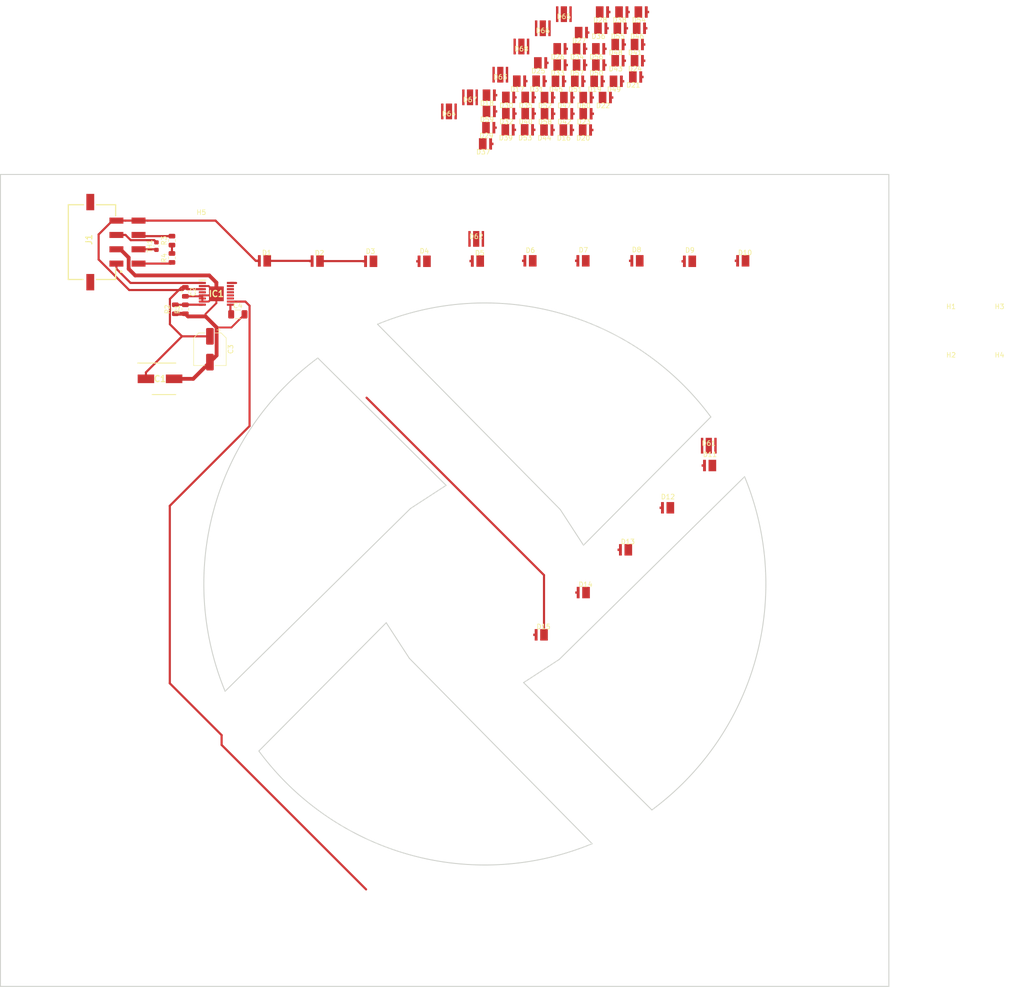
<source format=kicad_pcb>
(kicad_pcb (version 20171130) (host pcbnew "(5.1.2)-2")

  (general
    (thickness 1.6)
    (drawings 420)
    (tracks 87)
    (zones 0)
    (modules 84)
    (nets 71)
  )

  (page A4)
  (layers
    (0 F.Cu signal)
    (31 B.Cu signal)
    (33 F.Adhes user)
    (35 F.Paste user)
    (37 F.SilkS user)
    (39 F.Mask user)
    (40 Dwgs.User user)
    (41 Cmts.User user)
    (42 Eco1.User user)
    (43 Eco2.User user)
    (44 Edge.Cuts user)
    (45 Margin user)
    (46 B.CrtYd user)
    (47 F.CrtYd user)
    (49 F.Fab user)
  )

  (setup
    (last_trace_width 0.45)
    (trace_clearance 0.2)
    (zone_clearance 0.1)
    (zone_45_only no)
    (trace_min 0.2)
    (via_size 0.6)
    (via_drill 0.4)
    (via_min_size 0.4)
    (via_min_drill 0.3)
    (uvia_size 0.3)
    (uvia_drill 0.1)
    (uvias_allowed no)
    (uvia_min_size 0.2)
    (uvia_min_drill 0.1)
    (edge_width 0.15)
    (segment_width 0.2)
    (pcb_text_width 0.3)
    (pcb_text_size 1.5 1.5)
    (mod_edge_width 0.15)
    (mod_text_size 1 1)
    (mod_text_width 0.15)
    (pad_size 3.2 3.2)
    (pad_drill 3.2)
    (pad_to_mask_clearance 0.2)
    (solder_mask_min_width 0.25)
    (aux_axis_origin 0 0)
    (visible_elements 7FFFFF7F)
    (pcbplotparams
      (layerselection 0x010a0_7fffffff)
      (usegerberextensions false)
      (usegerberattributes false)
      (usegerberadvancedattributes false)
      (creategerberjobfile false)
      (excludeedgelayer true)
      (linewidth 0.100000)
      (plotframeref false)
      (viasonmask false)
      (mode 1)
      (useauxorigin false)
      (hpglpennumber 1)
      (hpglpenspeed 20)
      (hpglpendiameter 15.000000)
      (psnegative false)
      (psa4output false)
      (plotreference true)
      (plotvalue true)
      (plotinvisibletext false)
      (padsonsilk false)
      (subtractmaskfromsilk false)
      (outputformat 1)
      (mirror false)
      (drillshape 0)
      (scaleselection 1)
      (outputdirectory "../../FABRICATION/"))
  )

  (net 0 "")
  (net 1 GND)
  (net 2 "Net-(D3-Pad1)")
  (net 3 "Net-(D4-Pad1)")
  (net 4 "Net-(D5-Pad1)")
  (net 5 "Net-(D6-Pad1)")
  (net 6 "Net-(D7-Pad1)")
  (net 7 "Net-(D8-Pad1)")
  (net 8 "Net-(D10-Pad2)")
  (net 9 "Net-(D10-Pad1)")
  (net 10 "Net-(D11-Pad1)")
  (net 11 "Net-(D13-Pad1)")
  (net 12 "Net-(D14-Pad1)")
  (net 13 "Net-(D15-Pad1)")
  (net 14 "Net-(D16-Pad1)")
  (net 15 "Net-(D17-Pad1)")
  (net 16 "Net-(D18-Pad1)")
  (net 17 "Net-(D19-Pad1)")
  (net 18 "Net-(D20-Pad1)")
  (net 19 "Net-(D21-Pad1)")
  (net 20 "Net-(D24-Pad1)")
  (net 21 "Net-(D25-Pad1)")
  (net 22 "Net-(D26-Pad1)")
  (net 23 "Net-(D27-Pad1)")
  (net 24 "Net-(D28-Pad1)")
  (net 25 "Net-(D29-Pad1)")
  (net 26 "Net-(D30-Pad1)")
  (net 27 "Net-(D31-Pad1)")
  (net 28 "Net-(D32-Pad1)")
  (net 29 "Net-(D35-Pad1)")
  (net 30 "Net-(D36-Pad1)")
  (net 31 "Net-(D37-Pad1)")
  (net 32 "Net-(D38-Pad1)")
  (net 33 "Net-(D39-Pad1)")
  (net 34 "Net-(D40-Pad1)")
  (net 35 "Net-(D41-Pad1)")
  (net 36 "Net-(D42-Pad1)")
  (net 37 "Net-(D43-Pad1)")
  (net 38 "Net-(D46-Pad1)")
  (net 39 "Net-(D47-Pad1)")
  (net 40 "Net-(D48-Pad1)")
  (net 41 "Net-(D49-Pad1)")
  (net 42 "Net-(D50-Pad1)")
  (net 43 "Net-(D51-Pad1)")
  (net 44 "Net-(D52-Pad1)")
  (net 45 "Net-(D53-Pad1)")
  (net 46 "Net-(D54-Pad1)")
  (net 47 "Net-(D57-Pad1)")
  (net 48 "Net-(D58-Pad1)")
  (net 49 "Net-(D59-Pad1)")
  (net 50 "Net-(D60-Pad1)")
  (net 51 /3.3V)
  (net 52 /NTC)
  (net 53 /+48V)
  (net 54 "Net-(C4-Pad1)")
  (net 55 "Net-(D1-Pad1)")
  (net 56 "Net-(D2-Pad1)")
  (net 57 "Net-(D12-Pad1)")
  (net 58 "Net-(D22-Pad1)")
  (net 59 "Net-(D23-Pad1)")
  (net 60 "Net-(D33-Pad1)")
  (net 61 "Net-(D34-Pad1)")
  (net 62 "Net-(D44-Pad1)")
  (net 63 "Net-(D45-Pad1)")
  (net 64 "Net-(D55-Pad1)")
  (net 65 "Net-(D56-Pad1)")
  (net 66 /ADJ_LED)
  (net 67 "Net-(IC1-Pad8)")
  (net 68 /48V_Fan)
  (net 69 "Net-(J1-Pad7)")
  (net 70 "Net-(R3-Pad1)")

  (net_class Default "This is the default net class."
    (clearance 0.2)
    (trace_width 0.45)
    (via_dia 0.6)
    (via_drill 0.4)
    (uvia_dia 0.3)
    (uvia_drill 0.1)
    (add_net /+48V)
    (add_net /3.3V)
    (add_net /48V_Fan)
    (add_net /ADJ_LED)
    (add_net /NTC)
    (add_net "Net-(C4-Pad1)")
    (add_net "Net-(D1-Pad1)")
    (add_net "Net-(D10-Pad1)")
    (add_net "Net-(D10-Pad2)")
    (add_net "Net-(D11-Pad1)")
    (add_net "Net-(D12-Pad1)")
    (add_net "Net-(D13-Pad1)")
    (add_net "Net-(D14-Pad1)")
    (add_net "Net-(D15-Pad1)")
    (add_net "Net-(D16-Pad1)")
    (add_net "Net-(D17-Pad1)")
    (add_net "Net-(D18-Pad1)")
    (add_net "Net-(D19-Pad1)")
    (add_net "Net-(D2-Pad1)")
    (add_net "Net-(D20-Pad1)")
    (add_net "Net-(D21-Pad1)")
    (add_net "Net-(D22-Pad1)")
    (add_net "Net-(D23-Pad1)")
    (add_net "Net-(D24-Pad1)")
    (add_net "Net-(D25-Pad1)")
    (add_net "Net-(D26-Pad1)")
    (add_net "Net-(D27-Pad1)")
    (add_net "Net-(D28-Pad1)")
    (add_net "Net-(D29-Pad1)")
    (add_net "Net-(D3-Pad1)")
    (add_net "Net-(D30-Pad1)")
    (add_net "Net-(D31-Pad1)")
    (add_net "Net-(D32-Pad1)")
    (add_net "Net-(D33-Pad1)")
    (add_net "Net-(D34-Pad1)")
    (add_net "Net-(D35-Pad1)")
    (add_net "Net-(D36-Pad1)")
    (add_net "Net-(D37-Pad1)")
    (add_net "Net-(D38-Pad1)")
    (add_net "Net-(D39-Pad1)")
    (add_net "Net-(D4-Pad1)")
    (add_net "Net-(D40-Pad1)")
    (add_net "Net-(D41-Pad1)")
    (add_net "Net-(D42-Pad1)")
    (add_net "Net-(D43-Pad1)")
    (add_net "Net-(D44-Pad1)")
    (add_net "Net-(D45-Pad1)")
    (add_net "Net-(D46-Pad1)")
    (add_net "Net-(D47-Pad1)")
    (add_net "Net-(D48-Pad1)")
    (add_net "Net-(D49-Pad1)")
    (add_net "Net-(D5-Pad1)")
    (add_net "Net-(D50-Pad1)")
    (add_net "Net-(D51-Pad1)")
    (add_net "Net-(D52-Pad1)")
    (add_net "Net-(D53-Pad1)")
    (add_net "Net-(D54-Pad1)")
    (add_net "Net-(D55-Pad1)")
    (add_net "Net-(D56-Pad1)")
    (add_net "Net-(D57-Pad1)")
    (add_net "Net-(D58-Pad1)")
    (add_net "Net-(D59-Pad1)")
    (add_net "Net-(D6-Pad1)")
    (add_net "Net-(D60-Pad1)")
    (add_net "Net-(D7-Pad1)")
    (add_net "Net-(D8-Pad1)")
    (add_net "Net-(IC1-Pad8)")
    (add_net "Net-(J1-Pad7)")
    (add_net "Net-(R3-Pad1)")
  )

  (net_class VCC ""
    (clearance 0.2)
    (trace_width 0.8)
    (via_dia 0.6)
    (via_drill 0.4)
    (uvia_dia 0.3)
    (uvia_drill 0.1)
  )

  (net_class power ""
    (clearance 0.2)
    (trace_width 0.4)
    (via_dia 0.6)
    (via_drill 0.4)
    (uvia_dia 0.3)
    (uvia_drill 0.1)
    (add_net GND)
  )

  (net_class signal ""
    (clearance 0.2)
    (trace_width 0.3)
    (via_dia 0.6)
    (via_drill 0.4)
    (uvia_dia 0.3)
    (uvia_drill 0.1)
  )

  (module Resistor_SMD:R_0603_1608Metric (layer F.Cu) (tedit 5B301BBD) (tstamp 5D59D916)
    (at 67.2 29.6125 90)
    (descr "Resistor SMD 0603 (1608 Metric), square (rectangular) end terminal, IPC_7351 nominal, (Body size source: http://www.tortai-tech.com/upload/download/2011102023233369053.pdf), generated with kicad-footprint-generator")
    (tags resistor)
    (path /5C7C2381)
    (attr smd)
    (fp_text reference TH1 (at 0 -1.43 270) (layer F.SilkS)
      (effects (font (size 1 1) (thickness 0.15)))
    )
    (fp_text value Thermistor_NTC (at 0 1.43 270) (layer F.Fab)
      (effects (font (size 1 1) (thickness 0.15)))
    )
    (fp_line (start -0.8 0.4) (end -0.8 -0.4) (layer F.Fab) (width 0.1))
    (fp_line (start -0.8 -0.4) (end 0.8 -0.4) (layer F.Fab) (width 0.1))
    (fp_line (start 0.8 -0.4) (end 0.8 0.4) (layer F.Fab) (width 0.1))
    (fp_line (start 0.8 0.4) (end -0.8 0.4) (layer F.Fab) (width 0.1))
    (fp_line (start -0.162779 -0.51) (end 0.162779 -0.51) (layer F.SilkS) (width 0.12))
    (fp_line (start -0.162779 0.51) (end 0.162779 0.51) (layer F.SilkS) (width 0.12))
    (fp_line (start -1.48 0.73) (end -1.48 -0.73) (layer F.CrtYd) (width 0.05))
    (fp_line (start -1.48 -0.73) (end 1.48 -0.73) (layer F.CrtYd) (width 0.05))
    (fp_line (start 1.48 -0.73) (end 1.48 0.73) (layer F.CrtYd) (width 0.05))
    (fp_line (start 1.48 0.73) (end -1.48 0.73) (layer F.CrtYd) (width 0.05))
    (fp_text user %R (at 0 0 270) (layer F.Fab)
      (effects (font (size 0.4 0.4) (thickness 0.06)))
    )
    (pad 1 smd roundrect (at -0.7875 0 90) (size 0.875 0.95) (layers F.Cu F.Paste F.Mask) (roundrect_rratio 0.25)
      (net 51 /3.3V))
    (pad 2 smd roundrect (at 0.7875 0 90) (size 0.875 0.95) (layers F.Cu F.Paste F.Mask) (roundrect_rratio 0.25)
      (net 52 /NTC))
    (model ${KISYS3DMOD}/Resistor_SMD.3dshapes/R_0603_1608Metric.wrl
      (at (xyz 0 0 0))
      (scale (xyz 1 1 1))
      (rotate (xyz 0 0 0))
    )
  )

  (module Kicad_mylib:JK3030AWT-00-0000-000A0UJ465E (layer F.Cu) (tedit 5BDC255D) (tstamp 5E32BD73)
    (at 134.99 32.74 180)
    (path /5C098737)
    (fp_text reference D5 (at 0.1 1.7 180) (layer F.SilkS)
      (effects (font (size 1 1) (thickness 0.15)))
    )
    (fp_text value LED (at 0.02 -1.67 180) (layer F.Fab)
      (effects (font (size 1 1) (thickness 0.15)))
    )
    (pad 2 smd rect (at 2.1 0 180) (size 0.3 0.5) (layers F.Cu F.Paste F.Mask)
      (net 3 "Net-(D4-Pad1)"))
    (pad 2 smd rect (at 1.65 0 180) (size 0.6 2.4) (layers F.Cu F.Paste F.Mask)
      (net 3 "Net-(D4-Pad1)"))
    (pad 1 smd rect (at 0 0 180) (size 1.6 2.4) (layers F.Cu F.Paste F.Mask)
      (net 4 "Net-(D5-Pad1)"))
  )

  (module Kicad_mylib:JK3030AWT-00-0000-000A0UJ465E (layer F.Cu) (tedit 5BDC255D) (tstamp 5E32BE8D)
    (at 190.54 32.69 180)
    (path /5C098FFA)
    (fp_text reference D10 (at 0.1 1.7 180) (layer F.SilkS)
      (effects (font (size 1 1) (thickness 0.15)))
    )
    (fp_text value LED (at 0.02 -1.67 180) (layer F.Fab)
      (effects (font (size 1 1) (thickness 0.15)))
    )
    (pad 1 smd rect (at 0 0 180) (size 1.6 2.4) (layers F.Cu F.Paste F.Mask)
      (net 9 "Net-(D10-Pad1)"))
    (pad 2 smd rect (at 1.65 0 180) (size 0.6 2.4) (layers F.Cu F.Paste F.Mask)
      (net 8 "Net-(D10-Pad2)"))
    (pad 2 smd rect (at 2.1 0 180) (size 0.3 0.5) (layers F.Cu F.Paste F.Mask)
      (net 8 "Net-(D10-Pad2)"))
  )

  (module Kicad_mylib:JK3030AWT-00-0000-000A0UJ465E (layer F.Cu) (tedit 5BDC255D) (tstamp 5E32BDBB)
    (at 157.09 32.69 180)
    (path /5C098FE5)
    (fp_text reference D7 (at 0.5 2.26 180) (layer F.SilkS)
      (effects (font (size 1 1) (thickness 0.15)))
    )
    (fp_text value LED (at 0.5 -2.24 180) (layer F.Fab)
      (effects (font (size 1 1) (thickness 0.15)))
    )
    (pad 2 smd rect (at 2.1 0 180) (size 0.3 0.5) (layers F.Cu F.Paste F.Mask)
      (net 5 "Net-(D6-Pad1)"))
    (pad 2 smd rect (at 1.65 0 180) (size 0.6 2.4) (layers F.Cu F.Paste F.Mask)
      (net 5 "Net-(D6-Pad1)"))
    (pad 1 smd rect (at 0 0 180) (size 1.6 2.4) (layers F.Cu F.Paste F.Mask)
      (net 6 "Net-(D7-Pad1)"))
  )

  (module Kicad_mylib:JK3030AWT-00-0000-000A0UJ465E (layer F.Cu) (tedit 5BDC255D) (tstamp 5E32BDCD)
    (at 179.39 32.79 180)
    (path /5C098FF3)
    (fp_text reference D9 (at 0.5 2.32 180) (layer F.SilkS)
      (effects (font (size 1 1) (thickness 0.15)))
    )
    (fp_text value LED (at 0.5 -2.18 180) (layer F.Fab)
      (effects (font (size 1 1) (thickness 0.15)))
    )
    (pad 2 smd rect (at 2.1 0 180) (size 0.3 0.5) (layers F.Cu F.Paste F.Mask)
      (net 7 "Net-(D8-Pad1)"))
    (pad 2 smd rect (at 1.65 0 180) (size 0.6 2.4) (layers F.Cu F.Paste F.Mask)
      (net 7 "Net-(D8-Pad1)"))
    (pad 1 smd rect (at 0 0 180) (size 1.6 2.4) (layers F.Cu F.Paste F.Mask)
      (net 8 "Net-(D10-Pad2)"))
  )

  (module Kicad_mylib:JK3030AWT-00-0000-000A0UJ465E (layer F.Cu) (tedit 5BDC255D) (tstamp 5E32BE33)
    (at 145.99 32.69 180)
    (path /5C098774)
    (fp_text reference D6 (at 0.5 2.2 180) (layer F.SilkS)
      (effects (font (size 1 1) (thickness 0.15)))
    )
    (fp_text value LED (at 0.47 -2.31 180) (layer F.Fab)
      (effects (font (size 1 1) (thickness 0.15)))
    )
    (pad 1 smd rect (at 0 0 180) (size 1.6 2.4) (layers F.Cu F.Paste F.Mask)
      (net 5 "Net-(D6-Pad1)"))
    (pad 2 smd rect (at 1.65 0 180) (size 0.6 2.4) (layers F.Cu F.Paste F.Mask)
      (net 4 "Net-(D5-Pad1)"))
    (pad 2 smd rect (at 2.1 0 180) (size 0.3 0.5) (layers F.Cu F.Paste F.Mask)
      (net 4 "Net-(D5-Pad1)"))
  )

  (module Kicad_mylib:JK3030AWT-00-0000-000A0UJ465E (layer F.Cu) (tedit 5BDC255D) (tstamp 5E32BE45)
    (at 112.64 32.79 180)
    (path /5C098661)
    (fp_text reference D3 (at 0.62 2.1 180) (layer F.SilkS)
      (effects (font (size 1 1) (thickness 0.15)))
    )
    (fp_text value LED (at 0.51 -2.28 180) (layer F.Fab)
      (effects (font (size 1 1) (thickness 0.15)))
    )
    (pad 1 smd rect (at 0 0 180) (size 1.6 2.4) (layers F.Cu F.Paste F.Mask)
      (net 2 "Net-(D3-Pad1)"))
    (pad 2 smd rect (at 1.65 0 180) (size 0.6 2.4) (layers F.Cu F.Paste F.Mask)
      (net 56 "Net-(D2-Pad1)"))
    (pad 2 smd rect (at 2.1 0 180) (size 0.3 0.5) (layers F.Cu F.Paste F.Mask)
      (net 56 "Net-(D2-Pad1)"))
  )

  (module Kicad_mylib:JK3030AWT-00-0000-000A0UJ465E (layer F.Cu) (tedit 5BDC255D) (tstamp 5E32BE7B)
    (at 123.84 32.79 180)
    (path /5C098709)
    (fp_text reference D4 (at 0.54 2.15 180) (layer F.SilkS)
      (effects (font (size 1 1) (thickness 0.15)))
    )
    (fp_text value LED (at 0.6 -2.24 180) (layer F.Fab)
      (effects (font (size 1 1) (thickness 0.15)))
    )
    (pad 2 smd rect (at 2.1 0 180) (size 0.3 0.5) (layers F.Cu F.Paste F.Mask)
      (net 2 "Net-(D3-Pad1)"))
    (pad 2 smd rect (at 1.65 0 180) (size 0.6 2.4) (layers F.Cu F.Paste F.Mask)
      (net 2 "Net-(D3-Pad1)"))
    (pad 1 smd rect (at 0 0 180) (size 1.6 2.4) (layers F.Cu F.Paste F.Mask)
      (net 3 "Net-(D4-Pad1)"))
  )

  (module Kicad_mylib:JK3030AWT-00-0000-000A0UJ465E (layer F.Cu) (tedit 5BDC255D) (tstamp 5E32BE57)
    (at 168.39 32.69 180)
    (path /5C098FEC)
    (fp_text reference D8 (at 0.65 2.32 180) (layer F.SilkS)
      (effects (font (size 1 1) (thickness 0.15)))
    )
    (fp_text value LED (at 0.65 -2.18 180) (layer F.Fab)
      (effects (font (size 1 1) (thickness 0.15)))
    )
    (pad 1 smd rect (at 0 0 180) (size 1.6 2.4) (layers F.Cu F.Paste F.Mask)
      (net 7 "Net-(D8-Pad1)"))
    (pad 2 smd rect (at 1.65 0 180) (size 0.6 2.4) (layers F.Cu F.Paste F.Mask)
      (net 6 "Net-(D7-Pad1)"))
    (pad 2 smd rect (at 2.1 0 180) (size 0.3 0.5) (layers F.Cu F.Paste F.Mask)
      (net 6 "Net-(D7-Pad1)"))
  )

  (module Kicad_mylib:JK3030AWT-00-0000-000A0UJ465E (layer F.Cu) (tedit 5BDC255D) (tstamp 5E32BE69)
    (at 183.6 75.55 180)
    (path /5C0997B3)
    (fp_text reference D11 (at 0.5 2.3 180) (layer F.SilkS)
      (effects (font (size 1 1) (thickness 0.15)))
    )
    (fp_text value LED (at 0.5 -2.2 180) (layer F.Fab)
      (effects (font (size 1 1) (thickness 0.15)))
    )
    (pad 1 smd rect (at 0 0 180) (size 1.6 2.4) (layers F.Cu F.Paste F.Mask)
      (net 10 "Net-(D11-Pad1)"))
    (pad 2 smd rect (at 1.65 0 180) (size 0.6 2.4) (layers F.Cu F.Paste F.Mask)
      (net 9 "Net-(D10-Pad1)"))
    (pad 2 smd rect (at 2.1 0 180) (size 0.3 0.5) (layers F.Cu F.Paste F.Mask)
      (net 9 "Net-(D10-Pad1)"))
  )

  (module Kicad_mylib:JK3030AWT-00-0000-000A0UJ465E (layer F.Cu) (tedit 5BDC255D) (tstamp 5E32BE21)
    (at 174.8 84.4 180)
    (path /5C0997F5)
    (fp_text reference D12 (at 0.5 2.3 180) (layer F.SilkS)
      (effects (font (size 1 1) (thickness 0.15)))
    )
    (fp_text value LED (at 0.5 -2.2 180) (layer F.Fab)
      (effects (font (size 1 1) (thickness 0.15)))
    )
    (pad 2 smd rect (at 2.1 0 180) (size 0.3 0.5) (layers F.Cu F.Paste F.Mask)
      (net 10 "Net-(D11-Pad1)"))
    (pad 2 smd rect (at 1.65 0 180) (size 0.6 2.4) (layers F.Cu F.Paste F.Mask)
      (net 10 "Net-(D11-Pad1)"))
    (pad 1 smd rect (at 0 0 180) (size 1.6 2.4) (layers F.Cu F.Paste F.Mask)
      (net 57 "Net-(D12-Pad1)"))
  )

  (module Capacitor_SMD:C_0805_2012Metric (layer F.Cu) (tedit 5B36C52B) (tstamp 5E32A1BC)
    (at 73.25 39.1875 270)
    (descr "Capacitor SMD 0805 (2012 Metric), square (rectangular) end terminal, IPC_7351 nominal, (Body size source: https://docs.google.com/spreadsheets/d/1BsfQQcO9C6DZCsRaXUlFlo91Tg2WpOkGARC1WS5S8t0/edit?usp=sharing), generated with kicad-footprint-generator")
    (tags capacitor)
    (path /5E56CC00)
    (attr smd)
    (fp_text reference C2 (at 0 -1.65 90) (layer F.SilkS)
      (effects (font (size 1 1) (thickness 0.15)))
    )
    (fp_text value 0.1/50V (at 0 1.65 90) (layer F.Fab)
      (effects (font (size 1 1) (thickness 0.15)))
    )
    (fp_line (start -1 0.6) (end -1 -0.6) (layer F.Fab) (width 0.1))
    (fp_line (start -1 -0.6) (end 1 -0.6) (layer F.Fab) (width 0.1))
    (fp_line (start 1 -0.6) (end 1 0.6) (layer F.Fab) (width 0.1))
    (fp_line (start 1 0.6) (end -1 0.6) (layer F.Fab) (width 0.1))
    (fp_line (start -0.258578 -0.71) (end 0.258578 -0.71) (layer F.SilkS) (width 0.12))
    (fp_line (start -0.258578 0.71) (end 0.258578 0.71) (layer F.SilkS) (width 0.12))
    (fp_line (start -1.68 0.95) (end -1.68 -0.95) (layer F.CrtYd) (width 0.05))
    (fp_line (start -1.68 -0.95) (end 1.68 -0.95) (layer F.CrtYd) (width 0.05))
    (fp_line (start 1.68 -0.95) (end 1.68 0.95) (layer F.CrtYd) (width 0.05))
    (fp_line (start 1.68 0.95) (end -1.68 0.95) (layer F.CrtYd) (width 0.05))
    (fp_text user %R (at 0 0 90) (layer F.Fab)
      (effects (font (size 0.5 0.5) (thickness 0.08)))
    )
    (pad 1 smd roundrect (at -0.9375 0 270) (size 0.975 1.4) (layers F.Cu F.Paste F.Mask) (roundrect_rratio 0.25)
      (net 53 /+48V))
    (pad 2 smd roundrect (at 0.9375 0 270) (size 0.975 1.4) (layers F.Cu F.Paste F.Mask) (roundrect_rratio 0.25)
      (net 1 GND))
    (model ${KISYS3DMOD}/Capacitor_SMD.3dshapes/C_0805_2012Metric.wrl
      (at (xyz 0 0 0))
      (scale (xyz 1 1 1))
      (rotate (xyz 0 0 0))
    )
  )

  (module Capacitor_SMD:CP_Elec_6.3x7.7 (layer F.Cu) (tedit 5BCA39D0) (tstamp 5E32A1E4)
    (at 78.4 51.2 270)
    (descr "SMD capacitor, aluminum electrolytic, Nichicon, 6.3x7.7mm")
    (tags "capacitor electrolytic")
    (path /5E6E91C3)
    (attr smd)
    (fp_text reference C3 (at 0 -4.35 90) (layer F.SilkS)
      (effects (font (size 1 1) (thickness 0.15)))
    )
    (fp_text value 33u/VE-330M1HTR-0607 (at 0 4.35 90) (layer F.Fab)
      (effects (font (size 1 1) (thickness 0.15)))
    )
    (fp_circle (center 0 0) (end 3.15 0) (layer F.Fab) (width 0.1))
    (fp_line (start 3.3 -3.3) (end 3.3 3.3) (layer F.Fab) (width 0.1))
    (fp_line (start -2.3 -3.3) (end 3.3 -3.3) (layer F.Fab) (width 0.1))
    (fp_line (start -2.3 3.3) (end 3.3 3.3) (layer F.Fab) (width 0.1))
    (fp_line (start -3.3 -2.3) (end -3.3 2.3) (layer F.Fab) (width 0.1))
    (fp_line (start -3.3 -2.3) (end -2.3 -3.3) (layer F.Fab) (width 0.1))
    (fp_line (start -3.3 2.3) (end -2.3 3.3) (layer F.Fab) (width 0.1))
    (fp_line (start -2.704838 -1.33) (end -2.074838 -1.33) (layer F.Fab) (width 0.1))
    (fp_line (start -2.389838 -1.645) (end -2.389838 -1.015) (layer F.Fab) (width 0.1))
    (fp_line (start 3.41 3.41) (end 3.41 1.06) (layer F.SilkS) (width 0.12))
    (fp_line (start 3.41 -3.41) (end 3.41 -1.06) (layer F.SilkS) (width 0.12))
    (fp_line (start -2.345563 -3.41) (end 3.41 -3.41) (layer F.SilkS) (width 0.12))
    (fp_line (start -2.345563 3.41) (end 3.41 3.41) (layer F.SilkS) (width 0.12))
    (fp_line (start -3.41 2.345563) (end -3.41 1.06) (layer F.SilkS) (width 0.12))
    (fp_line (start -3.41 -2.345563) (end -3.41 -1.06) (layer F.SilkS) (width 0.12))
    (fp_line (start -3.41 -2.345563) (end -2.345563 -3.41) (layer F.SilkS) (width 0.12))
    (fp_line (start -3.41 2.345563) (end -2.345563 3.41) (layer F.SilkS) (width 0.12))
    (fp_line (start -4.4375 -1.8475) (end -3.65 -1.8475) (layer F.SilkS) (width 0.12))
    (fp_line (start -4.04375 -2.24125) (end -4.04375 -1.45375) (layer F.SilkS) (width 0.12))
    (fp_line (start 3.55 -3.55) (end 3.55 -1.05) (layer F.CrtYd) (width 0.05))
    (fp_line (start 3.55 -1.05) (end 4.7 -1.05) (layer F.CrtYd) (width 0.05))
    (fp_line (start 4.7 -1.05) (end 4.7 1.05) (layer F.CrtYd) (width 0.05))
    (fp_line (start 4.7 1.05) (end 3.55 1.05) (layer F.CrtYd) (width 0.05))
    (fp_line (start 3.55 1.05) (end 3.55 3.55) (layer F.CrtYd) (width 0.05))
    (fp_line (start -2.4 3.55) (end 3.55 3.55) (layer F.CrtYd) (width 0.05))
    (fp_line (start -2.4 -3.55) (end 3.55 -3.55) (layer F.CrtYd) (width 0.05))
    (fp_line (start -3.55 2.4) (end -2.4 3.55) (layer F.CrtYd) (width 0.05))
    (fp_line (start -3.55 -2.4) (end -2.4 -3.55) (layer F.CrtYd) (width 0.05))
    (fp_line (start -3.55 -2.4) (end -3.55 -1.05) (layer F.CrtYd) (width 0.05))
    (fp_line (start -3.55 1.05) (end -3.55 2.4) (layer F.CrtYd) (width 0.05))
    (fp_line (start -3.55 -1.05) (end -4.7 -1.05) (layer F.CrtYd) (width 0.05))
    (fp_line (start -4.7 -1.05) (end -4.7 1.05) (layer F.CrtYd) (width 0.05))
    (fp_line (start -4.7 1.05) (end -3.55 1.05) (layer F.CrtYd) (width 0.05))
    (fp_text user %R (at 0 0 90) (layer F.Fab)
      (effects (font (size 1 1) (thickness 0.15)))
    )
    (pad 1 smd roundrect (at -2.7 0 270) (size 3.5 1.6) (layers F.Cu F.Paste F.Mask) (roundrect_rratio 0.15625)
      (net 53 /+48V))
    (pad 2 smd roundrect (at 2.7 0 270) (size 3.5 1.6) (layers F.Cu F.Paste F.Mask) (roundrect_rratio 0.15625)
      (net 1 GND))
    (model ${KISYS3DMOD}/Capacitor_SMD.3dshapes/CP_Elec_6.3x7.7.wrl
      (at (xyz 0 0 0))
      (scale (xyz 1 1 1))
      (rotate (xyz 0 0 0))
    )
  )

  (module Capacitor_SMD:C_1206_3216Metric (layer F.Cu) (tedit 5B301BBE) (tstamp 5E32A1F5)
    (at 84.25 43.9)
    (descr "Capacitor SMD 1206 (3216 Metric), square (rectangular) end terminal, IPC_7351 nominal, (Body size source: http://www.tortai-tech.com/upload/download/2011102023233369053.pdf), generated with kicad-footprint-generator")
    (tags capacitor)
    (path /5E5A4945)
    (attr smd)
    (fp_text reference C4 (at 0 -1.82) (layer F.SilkS)
      (effects (font (size 1 1) (thickness 0.15)))
    )
    (fp_text value 1u/10V (at 0 1.82) (layer F.Fab)
      (effects (font (size 1 1) (thickness 0.15)))
    )
    (fp_line (start -1.6 0.8) (end -1.6 -0.8) (layer F.Fab) (width 0.1))
    (fp_line (start -1.6 -0.8) (end 1.6 -0.8) (layer F.Fab) (width 0.1))
    (fp_line (start 1.6 -0.8) (end 1.6 0.8) (layer F.Fab) (width 0.1))
    (fp_line (start 1.6 0.8) (end -1.6 0.8) (layer F.Fab) (width 0.1))
    (fp_line (start -0.602064 -0.91) (end 0.602064 -0.91) (layer F.SilkS) (width 0.12))
    (fp_line (start -0.602064 0.91) (end 0.602064 0.91) (layer F.SilkS) (width 0.12))
    (fp_line (start -2.28 1.12) (end -2.28 -1.12) (layer F.CrtYd) (width 0.05))
    (fp_line (start -2.28 -1.12) (end 2.28 -1.12) (layer F.CrtYd) (width 0.05))
    (fp_line (start 2.28 -1.12) (end 2.28 1.12) (layer F.CrtYd) (width 0.05))
    (fp_line (start 2.28 1.12) (end -2.28 1.12) (layer F.CrtYd) (width 0.05))
    (fp_text user %R (at 0 0.05) (layer F.Fab)
      (effects (font (size 0.8 0.8) (thickness 0.12)))
    )
    (pad 1 smd roundrect (at -1.4 0) (size 1.25 1.75) (layers F.Cu F.Paste F.Mask) (roundrect_rratio 0.2)
      (net 54 "Net-(C4-Pad1)"))
    (pad 2 smd roundrect (at 1.4 0) (size 1.25 1.75) (layers F.Cu F.Paste F.Mask) (roundrect_rratio 0.2)
      (net 1 GND))
    (model ${KISYS3DMOD}/Capacitor_SMD.3dshapes/C_1206_3216Metric.wrl
      (at (xyz 0 0 0))
      (scale (xyz 1 1 1))
      (rotate (xyz 0 0 0))
    )
  )

  (module Kicad_mylib:JK3030AWT-00-0000-000A0UJ465E (layer F.Cu) (tedit 5BDC255D) (tstamp 5E32A1FC)
    (at 90.4 32.7 180)
    (path /5E61A8F7)
    (fp_text reference D1 (at 0.1 1.7) (layer F.SilkS)
      (effects (font (size 1 1) (thickness 0.15)))
    )
    (fp_text value LED (at 0.02 -1.67) (layer F.Fab)
      (effects (font (size 1 1) (thickness 0.15)))
    )
    (pad 1 smd rect (at 0 0 180) (size 1.6 2.4) (layers F.Cu F.Paste F.Mask)
      (net 55 "Net-(D1-Pad1)"))
    (pad 2 smd rect (at 1.65 0 180) (size 0.6 2.4) (layers F.Cu F.Paste F.Mask)
      (net 53 /+48V))
    (pad 2 smd rect (at 2.1 0 180) (size 0.3 0.5) (layers F.Cu F.Paste F.Mask)
      (net 53 /+48V))
  )

  (module Kicad_mylib:JK3030AWT-00-0000-000A0UJ465E (layer F.Cu) (tedit 5BDC255D) (tstamp 5E32A203)
    (at 101.45 32.75 180)
    (path /5E61A47B)
    (fp_text reference D2 (at 0.1 1.7) (layer F.SilkS)
      (effects (font (size 1 1) (thickness 0.15)))
    )
    (fp_text value LED (at 0.02 -1.67) (layer F.Fab)
      (effects (font (size 1 1) (thickness 0.15)))
    )
    (pad 2 smd rect (at 2.1 0 180) (size 0.3 0.5) (layers F.Cu F.Paste F.Mask)
      (net 55 "Net-(D1-Pad1)"))
    (pad 2 smd rect (at 1.65 0 180) (size 0.6 2.4) (layers F.Cu F.Paste F.Mask)
      (net 55 "Net-(D1-Pad1)"))
    (pad 1 smd rect (at 0 0 180) (size 1.6 2.4) (layers F.Cu F.Paste F.Mask)
      (net 56 "Net-(D2-Pad1)"))
  )

  (module Kicad_mylib:JK3030AWT-00-0000-000A0UJ465E (layer F.Cu) (tedit 5BDC255D) (tstamp 5E32A20A)
    (at 166 93.2 180)
    (path /5E61ADB2)
    (fp_text reference D13 (at 0.1 1.7) (layer F.SilkS)
      (effects (font (size 1 1) (thickness 0.15)))
    )
    (fp_text value LED (at 0.02 -1.67) (layer F.Fab)
      (effects (font (size 1 1) (thickness 0.15)))
    )
    (pad 2 smd rect (at 2.1 0 180) (size 0.3 0.5) (layers F.Cu F.Paste F.Mask)
      (net 57 "Net-(D12-Pad1)"))
    (pad 2 smd rect (at 1.65 0 180) (size 0.6 2.4) (layers F.Cu F.Paste F.Mask)
      (net 57 "Net-(D12-Pad1)"))
    (pad 1 smd rect (at 0 0 180) (size 1.6 2.4) (layers F.Cu F.Paste F.Mask)
      (net 11 "Net-(D13-Pad1)"))
  )

  (module Kicad_mylib:JK3030AWT-00-0000-000A0UJ465E (layer F.Cu) (tedit 5BDC255D) (tstamp 5E32A211)
    (at 157.15 102.15 180)
    (path /5E61F45A)
    (fp_text reference D14 (at 0.1 1.7) (layer F.SilkS)
      (effects (font (size 1 1) (thickness 0.15)))
    )
    (fp_text value LED (at 0.02 -1.67) (layer F.Fab)
      (effects (font (size 1 1) (thickness 0.15)))
    )
    (pad 1 smd rect (at 0 0 180) (size 1.6 2.4) (layers F.Cu F.Paste F.Mask)
      (net 12 "Net-(D14-Pad1)"))
    (pad 2 smd rect (at 1.65 0 180) (size 0.6 2.4) (layers F.Cu F.Paste F.Mask)
      (net 11 "Net-(D13-Pad1)"))
    (pad 2 smd rect (at 2.1 0 180) (size 0.3 0.5) (layers F.Cu F.Paste F.Mask)
      (net 11 "Net-(D13-Pad1)"))
  )

  (module Kicad_mylib:JK3030AWT-00-0000-000A0UJ465E (layer F.Cu) (tedit 5BDC255D) (tstamp 5E32A218)
    (at 148.35 111 180)
    (path /5E61FA54)
    (fp_text reference D15 (at 0.1 1.7) (layer F.SilkS)
      (effects (font (size 1 1) (thickness 0.15)))
    )
    (fp_text value LED (at 0.02 -1.67) (layer F.Fab)
      (effects (font (size 1 1) (thickness 0.15)))
    )
    (pad 2 smd rect (at 2.1 0 180) (size 0.3 0.5) (layers F.Cu F.Paste F.Mask)
      (net 12 "Net-(D14-Pad1)"))
    (pad 2 smd rect (at 1.65 0 180) (size 0.6 2.4) (layers F.Cu F.Paste F.Mask)
      (net 12 "Net-(D14-Pad1)"))
    (pad 1 smd rect (at 0 0 180) (size 1.6 2.4) (layers F.Cu F.Paste F.Mask)
      (net 13 "Net-(D15-Pad1)"))
  )

  (module Kicad_mylib:JK3030AWT-00-0000-000A0UJ465E (layer F.Cu) (tedit 5BDC255D) (tstamp 5E32A21F)
    (at 152.4 5.3)
    (path /5E637983)
    (fp_text reference D16 (at 0.1 1.7) (layer F.SilkS)
      (effects (font (size 1 1) (thickness 0.15)))
    )
    (fp_text value LED (at 0.02 -1.67) (layer F.Fab)
      (effects (font (size 1 1) (thickness 0.15)))
    )
    (pad 2 smd rect (at 2.1 0) (size 0.3 0.5) (layers F.Cu F.Paste F.Mask)
      (net 53 /+48V))
    (pad 2 smd rect (at 1.65 0) (size 0.6 2.4) (layers F.Cu F.Paste F.Mask)
      (net 53 /+48V))
    (pad 1 smd rect (at 0 0) (size 1.6 2.4) (layers F.Cu F.Paste F.Mask)
      (net 14 "Net-(D16-Pad1)"))
  )

  (module Kicad_mylib:JK3030AWT-00-0000-000A0UJ465E (layer F.Cu) (tedit 5BDC255D) (tstamp 5E32A226)
    (at 142.65 -4.93)
    (path /5E63797D)
    (fp_text reference D17 (at 0.1 1.7) (layer F.SilkS)
      (effects (font (size 1 1) (thickness 0.15)))
    )
    (fp_text value LED (at 0.02 -1.67) (layer F.Fab)
      (effects (font (size 1 1) (thickness 0.15)))
    )
    (pad 1 smd rect (at 0 0) (size 1.6 2.4) (layers F.Cu F.Paste F.Mask)
      (net 15 "Net-(D17-Pad1)"))
    (pad 2 smd rect (at 1.65 0) (size 0.6 2.4) (layers F.Cu F.Paste F.Mask)
      (net 14 "Net-(D16-Pad1)"))
    (pad 2 smd rect (at 2.1 0) (size 0.3 0.5) (layers F.Cu F.Paste F.Mask)
      (net 14 "Net-(D16-Pad1)"))
  )

  (module Kicad_mylib:JK3030AWT-00-0000-000A0UJ465E (layer F.Cu) (tedit 5BDC255D) (tstamp 5E32A22D)
    (at 136.31 -1.99)
    (path /5E637941)
    (fp_text reference D18 (at 0.1 1.7) (layer F.SilkS)
      (effects (font (size 1 1) (thickness 0.15)))
    )
    (fp_text value LED (at 0.02 -1.67) (layer F.Fab)
      (effects (font (size 1 1) (thickness 0.15)))
    )
    (pad 1 smd rect (at 0 0) (size 1.6 2.4) (layers F.Cu F.Paste F.Mask)
      (net 16 "Net-(D18-Pad1)"))
    (pad 2 smd rect (at 1.65 0) (size 0.6 2.4) (layers F.Cu F.Paste F.Mask)
      (net 15 "Net-(D17-Pad1)"))
    (pad 2 smd rect (at 2.1 0) (size 0.3 0.5) (layers F.Cu F.Paste F.Mask)
      (net 15 "Net-(D17-Pad1)"))
  )

  (module Kicad_mylib:JK3030AWT-00-0000-000A0UJ465E (layer F.Cu) (tedit 5BDC255D) (tstamp 5E32A234)
    (at 158.85 -4.9)
    (path /5E637947)
    (fp_text reference D19 (at 0.1 1.7) (layer F.SilkS)
      (effects (font (size 1 1) (thickness 0.15)))
    )
    (fp_text value LED (at 0.02 -1.67) (layer F.Fab)
      (effects (font (size 1 1) (thickness 0.15)))
    )
    (pad 2 smd rect (at 2.1 0) (size 0.3 0.5) (layers F.Cu F.Paste F.Mask)
      (net 16 "Net-(D18-Pad1)"))
    (pad 2 smd rect (at 1.65 0) (size 0.6 2.4) (layers F.Cu F.Paste F.Mask)
      (net 16 "Net-(D18-Pad1)"))
    (pad 1 smd rect (at 0 0) (size 1.6 2.4) (layers F.Cu F.Paste F.Mask)
      (net 17 "Net-(D19-Pad1)"))
  )

  (module Kicad_mylib:JK3030AWT-00-0000-000A0UJ465E (layer F.Cu) (tedit 5BDC255D) (tstamp 5E32A23B)
    (at 156.45 5.3)
    (path /5E63794D)
    (fp_text reference D20 (at 0.1 1.7) (layer F.SilkS)
      (effects (font (size 1 1) (thickness 0.15)))
    )
    (fp_text value LED (at 0.02 -1.67) (layer F.Fab)
      (effects (font (size 1 1) (thickness 0.15)))
    )
    (pad 2 smd rect (at 2.1 0) (size 0.3 0.5) (layers F.Cu F.Paste F.Mask)
      (net 17 "Net-(D19-Pad1)"))
    (pad 2 smd rect (at 1.65 0) (size 0.6 2.4) (layers F.Cu F.Paste F.Mask)
      (net 17 "Net-(D19-Pad1)"))
    (pad 1 smd rect (at 0 0) (size 1.6 2.4) (layers F.Cu F.Paste F.Mask)
      (net 18 "Net-(D20-Pad1)"))
  )

  (module Kicad_mylib:JK3030AWT-00-0000-000A0UJ465E (layer F.Cu) (tedit 5BDC255D) (tstamp 5E32A242)
    (at 166.95 -5.8)
    (path /5E637953)
    (fp_text reference D21 (at 0.1 1.7) (layer F.SilkS)
      (effects (font (size 1 1) (thickness 0.15)))
    )
    (fp_text value LED (at 0.02 -1.67) (layer F.Fab)
      (effects (font (size 1 1) (thickness 0.15)))
    )
    (pad 2 smd rect (at 2.1 0) (size 0.3 0.5) (layers F.Cu F.Paste F.Mask)
      (net 18 "Net-(D20-Pad1)"))
    (pad 2 smd rect (at 1.65 0) (size 0.6 2.4) (layers F.Cu F.Paste F.Mask)
      (net 18 "Net-(D20-Pad1)"))
    (pad 1 smd rect (at 0 0) (size 1.6 2.4) (layers F.Cu F.Paste F.Mask)
      (net 19 "Net-(D21-Pad1)"))
  )

  (module Kicad_mylib:JK3030AWT-00-0000-000A0UJ465E (layer F.Cu) (tedit 5BDC255D) (tstamp 5E32A249)
    (at 160.61 -1.5)
    (path /5E637959)
    (fp_text reference D22 (at 0.1 1.7) (layer F.SilkS)
      (effects (font (size 1 1) (thickness 0.15)))
    )
    (fp_text value LED (at 0.02 -1.67) (layer F.Fab)
      (effects (font (size 1 1) (thickness 0.15)))
    )
    (pad 1 smd rect (at 0 0) (size 1.6 2.4) (layers F.Cu F.Paste F.Mask)
      (net 58 "Net-(D22-Pad1)"))
    (pad 2 smd rect (at 1.65 0) (size 0.6 2.4) (layers F.Cu F.Paste F.Mask)
      (net 19 "Net-(D21-Pad1)"))
    (pad 2 smd rect (at 2.1 0) (size 0.3 0.5) (layers F.Cu F.Paste F.Mask)
      (net 19 "Net-(D21-Pad1)"))
  )

  (module Kicad_mylib:JK3030AWT-00-0000-000A0UJ465E (layer F.Cu) (tedit 5BDC255D) (tstamp 5E32A250)
    (at 156.56 1.9)
    (path /5E63795F)
    (fp_text reference D23 (at 0.1 1.7) (layer F.SilkS)
      (effects (font (size 1 1) (thickness 0.15)))
    )
    (fp_text value LED (at 0.02 -1.67) (layer F.Fab)
      (effects (font (size 1 1) (thickness 0.15)))
    )
    (pad 2 smd rect (at 2.1 0) (size 0.3 0.5) (layers F.Cu F.Paste F.Mask)
      (net 58 "Net-(D22-Pad1)"))
    (pad 2 smd rect (at 1.65 0) (size 0.6 2.4) (layers F.Cu F.Paste F.Mask)
      (net 58 "Net-(D22-Pad1)"))
    (pad 1 smd rect (at 0 0) (size 1.6 2.4) (layers F.Cu F.Paste F.Mask)
      (net 59 "Net-(D23-Pad1)"))
  )

  (module Kicad_mylib:JK3030AWT-00-0000-000A0UJ465E (layer F.Cu) (tedit 5BDC255D) (tstamp 5E32A257)
    (at 167.31 -9.2)
    (path /5E637965)
    (fp_text reference D24 (at 0.1 1.7) (layer F.SilkS)
      (effects (font (size 1 1) (thickness 0.15)))
    )
    (fp_text value LED (at 0.02 -1.67) (layer F.Fab)
      (effects (font (size 1 1) (thickness 0.15)))
    )
    (pad 1 smd rect (at 0 0) (size 1.6 2.4) (layers F.Cu F.Paste F.Mask)
      (net 20 "Net-(D24-Pad1)"))
    (pad 2 smd rect (at 1.65 0) (size 0.6 2.4) (layers F.Cu F.Paste F.Mask)
      (net 59 "Net-(D23-Pad1)"))
    (pad 2 smd rect (at 2.1 0) (size 0.3 0.5) (layers F.Cu F.Paste F.Mask)
      (net 59 "Net-(D23-Pad1)"))
  )

  (module Kicad_mylib:JK3030AWT-00-0000-000A0UJ465E (layer F.Cu) (tedit 5BDC255D) (tstamp 5E32A25E)
    (at 147.06 -8.75)
    (path /5E63796B)
    (fp_text reference D25 (at 0.1 1.7) (layer F.SilkS)
      (effects (font (size 1 1) (thickness 0.15)))
    )
    (fp_text value LED (at 0.02 -1.67) (layer F.Fab)
      (effects (font (size 1 1) (thickness 0.15)))
    )
    (pad 2 smd rect (at 2.1 0) (size 0.3 0.5) (layers F.Cu F.Paste F.Mask)
      (net 20 "Net-(D24-Pad1)"))
    (pad 2 smd rect (at 1.65 0) (size 0.6 2.4) (layers F.Cu F.Paste F.Mask)
      (net 20 "Net-(D24-Pad1)"))
    (pad 1 smd rect (at 0 0) (size 1.6 2.4) (layers F.Cu F.Paste F.Mask)
      (net 21 "Net-(D25-Pad1)"))
  )

  (module Kicad_mylib:JK3030AWT-00-0000-000A0UJ465E (layer F.Cu) (tedit 5BDC255D) (tstamp 5E32A265)
    (at 151.11 -11.7)
    (path /5E637971)
    (fp_text reference D26 (at 0.1 1.7) (layer F.SilkS)
      (effects (font (size 1 1) (thickness 0.15)))
    )
    (fp_text value LED (at 0.02 -1.67) (layer F.Fab)
      (effects (font (size 1 1) (thickness 0.15)))
    )
    (pad 1 smd rect (at 0 0) (size 1.6 2.4) (layers F.Cu F.Paste F.Mask)
      (net 22 "Net-(D26-Pad1)"))
    (pad 2 smd rect (at 1.65 0) (size 0.6 2.4) (layers F.Cu F.Paste F.Mask)
      (net 21 "Net-(D25-Pad1)"))
    (pad 2 smd rect (at 2.1 0) (size 0.3 0.5) (layers F.Cu F.Paste F.Mask)
      (net 21 "Net-(D25-Pad1)"))
  )

  (module Kicad_mylib:JK3030AWT-00-0000-000A0UJ465E (layer F.Cu) (tedit 5BDC255D) (tstamp 5E32A26C)
    (at 155.6 -15.1)
    (path /5E637977)
    (fp_text reference D27 (at 0.1 1.7) (layer F.SilkS)
      (effects (font (size 1 1) (thickness 0.15)))
    )
    (fp_text value LED (at 0.02 -1.67) (layer F.Fab)
      (effects (font (size 1 1) (thickness 0.15)))
    )
    (pad 2 smd rect (at 2.1 0) (size 0.3 0.5) (layers F.Cu F.Paste F.Mask)
      (net 22 "Net-(D26-Pad1)"))
    (pad 2 smd rect (at 1.65 0) (size 0.6 2.4) (layers F.Cu F.Paste F.Mask)
      (net 22 "Net-(D26-Pad1)"))
    (pad 1 smd rect (at 0 0) (size 1.6 2.4) (layers F.Cu F.Paste F.Mask)
      (net 23 "Net-(D27-Pad1)"))
  )

  (module Kicad_mylib:JK3030AWT-00-0000-000A0UJ465E (layer F.Cu) (tedit 5BDC255D) (tstamp 5E32A273)
    (at 160.01 -19.4)
    (path /5E637989)
    (fp_text reference D28 (at 0.1 1.7) (layer F.SilkS)
      (effects (font (size 1 1) (thickness 0.15)))
    )
    (fp_text value LED (at 0.02 -1.67) (layer F.Fab)
      (effects (font (size 1 1) (thickness 0.15)))
    )
    (pad 1 smd rect (at 0 0) (size 1.6 2.4) (layers F.Cu F.Paste F.Mask)
      (net 24 "Net-(D28-Pad1)"))
    (pad 2 smd rect (at 1.65 0) (size 0.6 2.4) (layers F.Cu F.Paste F.Mask)
      (net 23 "Net-(D27-Pad1)"))
    (pad 2 smd rect (at 2.1 0) (size 0.3 0.5) (layers F.Cu F.Paste F.Mask)
      (net 23 "Net-(D27-Pad1)"))
  )

  (module Kicad_mylib:JK3030AWT-00-0000-000A0UJ465E (layer F.Cu) (tedit 5BDC255D) (tstamp 5E32A27A)
    (at 136.2 4.81)
    (path /5E63798F)
    (fp_text reference D29 (at 0.1 1.7) (layer F.SilkS)
      (effects (font (size 1 1) (thickness 0.15)))
    )
    (fp_text value LED (at 0.02 -1.67) (layer F.Fab)
      (effects (font (size 1 1) (thickness 0.15)))
    )
    (pad 2 smd rect (at 2.1 0) (size 0.3 0.5) (layers F.Cu F.Paste F.Mask)
      (net 24 "Net-(D28-Pad1)"))
    (pad 2 smd rect (at 1.65 0) (size 0.6 2.4) (layers F.Cu F.Paste F.Mask)
      (net 24 "Net-(D28-Pad1)"))
    (pad 1 smd rect (at 0 0) (size 1.6 2.4) (layers F.Cu F.Paste F.Mask)
      (net 25 "Net-(D29-Pad1)"))
  )

  (module Kicad_mylib:JK3030AWT-00-0000-000A0UJ465E (layer F.Cu) (tedit 5BDC255D) (tstamp 5E32A281)
    (at 140.36 -1.53)
    (path /5E637995)
    (fp_text reference D30 (at 0.1 1.7) (layer F.SilkS)
      (effects (font (size 1 1) (thickness 0.15)))
    )
    (fp_text value LED (at 0.02 -1.67) (layer F.Fab)
      (effects (font (size 1 1) (thickness 0.15)))
    )
    (pad 1 smd rect (at 0 0) (size 1.6 2.4) (layers F.Cu F.Paste F.Mask)
      (net 26 "Net-(D30-Pad1)"))
    (pad 2 smd rect (at 1.65 0) (size 0.6 2.4) (layers F.Cu F.Paste F.Mask)
      (net 25 "Net-(D29-Pad1)"))
    (pad 2 smd rect (at 2.1 0) (size 0.3 0.5) (layers F.Cu F.Paste F.Mask)
      (net 25 "Net-(D29-Pad1)"))
  )

  (module Kicad_mylib:JK3030AWT-00-0000-000A0UJ465E (layer F.Cu) (tedit 5BDC255D) (tstamp 5E32A288)
    (at 146.7 -4.93)
    (path /5E63EBA8)
    (fp_text reference D31 (at 0.1 1.7) (layer F.SilkS)
      (effects (font (size 1 1) (thickness 0.15)))
    )
    (fp_text value LED (at 0.02 -1.67) (layer F.Fab)
      (effects (font (size 1 1) (thickness 0.15)))
    )
    (pad 1 smd rect (at 0 0) (size 1.6 2.4) (layers F.Cu F.Paste F.Mask)
      (net 27 "Net-(D31-Pad1)"))
    (pad 2 smd rect (at 1.65 0) (size 0.6 2.4) (layers F.Cu F.Paste F.Mask)
      (net 53 /+48V))
    (pad 2 smd rect (at 2.1 0) (size 0.3 0.5) (layers F.Cu F.Paste F.Mask)
      (net 53 /+48V))
  )

  (module Kicad_mylib:JK3030AWT-00-0000-000A0UJ465E (layer F.Cu) (tedit 5BDC255D) (tstamp 5E32A28F)
    (at 140.36 1.87)
    (path /5E63EBA2)
    (fp_text reference D32 (at 0.1 1.7) (layer F.SilkS)
      (effects (font (size 1 1) (thickness 0.15)))
    )
    (fp_text value LED (at 0.02 -1.67) (layer F.Fab)
      (effects (font (size 1 1) (thickness 0.15)))
    )
    (pad 2 smd rect (at 2.1 0) (size 0.3 0.5) (layers F.Cu F.Paste F.Mask)
      (net 27 "Net-(D31-Pad1)"))
    (pad 2 smd rect (at 1.65 0) (size 0.6 2.4) (layers F.Cu F.Paste F.Mask)
      (net 27 "Net-(D31-Pad1)"))
    (pad 1 smd rect (at 0 0) (size 1.6 2.4) (layers F.Cu F.Paste F.Mask)
      (net 28 "Net-(D32-Pad1)"))
  )

  (module Kicad_mylib:JK3030AWT-00-0000-000A0UJ465E (layer F.Cu) (tedit 5BDC255D) (tstamp 5E32A296)
    (at 151.11 -8.3)
    (path /5E63EB66)
    (fp_text reference D33 (at 0.1 1.7) (layer F.SilkS)
      (effects (font (size 1 1) (thickness 0.15)))
    )
    (fp_text value LED (at 0.02 -1.67) (layer F.Fab)
      (effects (font (size 1 1) (thickness 0.15)))
    )
    (pad 2 smd rect (at 2.1 0) (size 0.3 0.5) (layers F.Cu F.Paste F.Mask)
      (net 28 "Net-(D32-Pad1)"))
    (pad 2 smd rect (at 1.65 0) (size 0.6 2.4) (layers F.Cu F.Paste F.Mask)
      (net 28 "Net-(D32-Pad1)"))
    (pad 1 smd rect (at 0 0) (size 1.6 2.4) (layers F.Cu F.Paste F.Mask)
      (net 60 "Net-(D33-Pad1)"))
  )

  (module Kicad_mylib:JK3030AWT-00-0000-000A0UJ465E (layer F.Cu) (tedit 5BDC255D) (tstamp 5E32A29D)
    (at 155.16 -11.7)
    (path /5E63EB6C)
    (fp_text reference D34 (at 0.1 1.7) (layer F.SilkS)
      (effects (font (size 1 1) (thickness 0.15)))
    )
    (fp_text value LED (at 0.02 -1.67) (layer F.Fab)
      (effects (font (size 1 1) (thickness 0.15)))
    )
    (pad 1 smd rect (at 0 0) (size 1.6 2.4) (layers F.Cu F.Paste F.Mask)
      (net 61 "Net-(D34-Pad1)"))
    (pad 2 smd rect (at 1.65 0) (size 0.6 2.4) (layers F.Cu F.Paste F.Mask)
      (net 60 "Net-(D33-Pad1)"))
    (pad 2 smd rect (at 2.1 0) (size 0.3 0.5) (layers F.Cu F.Paste F.Mask)
      (net 60 "Net-(D33-Pad1)"))
  )

  (module Kicad_mylib:JK3030AWT-00-0000-000A0UJ465E (layer F.Cu) (tedit 5BDC255D) (tstamp 5E32A2A4)
    (at 144.41 -1.53)
    (path /5E63EB72)
    (fp_text reference D35 (at 0.1 1.7) (layer F.SilkS)
      (effects (font (size 1 1) (thickness 0.15)))
    )
    (fp_text value LED (at 0.02 -1.67) (layer F.Fab)
      (effects (font (size 1 1) (thickness 0.15)))
    )
    (pad 2 smd rect (at 2.1 0) (size 0.3 0.5) (layers F.Cu F.Paste F.Mask)
      (net 61 "Net-(D34-Pad1)"))
    (pad 2 smd rect (at 1.65 0) (size 0.6 2.4) (layers F.Cu F.Paste F.Mask)
      (net 61 "Net-(D34-Pad1)"))
    (pad 1 smd rect (at 0 0) (size 1.6 2.4) (layers F.Cu F.Paste F.Mask)
      (net 29 "Net-(D35-Pad1)"))
  )

  (module Kicad_mylib:JK3030AWT-00-0000-000A0UJ465E (layer F.Cu) (tedit 5BDC255D) (tstamp 5E32A2AB)
    (at 159.65 -16)
    (path /5E63EB78)
    (fp_text reference D36 (at 0.1 1.7) (layer F.SilkS)
      (effects (font (size 1 1) (thickness 0.15)))
    )
    (fp_text value LED (at 0.02 -1.67) (layer F.Fab)
      (effects (font (size 1 1) (thickness 0.15)))
    )
    (pad 1 smd rect (at 0 0) (size 1.6 2.4) (layers F.Cu F.Paste F.Mask)
      (net 30 "Net-(D36-Pad1)"))
    (pad 2 smd rect (at 1.65 0) (size 0.6 2.4) (layers F.Cu F.Paste F.Mask)
      (net 29 "Net-(D35-Pad1)"))
    (pad 2 smd rect (at 2.1 0) (size 0.3 0.5) (layers F.Cu F.Paste F.Mask)
      (net 29 "Net-(D35-Pad1)"))
  )

  (module Kicad_mylib:JK3030AWT-00-0000-000A0UJ465E (layer F.Cu) (tedit 5BDC255D) (tstamp 5E32A2B2)
    (at 135.52 8.21)
    (path /5E63EB7E)
    (fp_text reference D37 (at 0.1 1.7) (layer F.SilkS)
      (effects (font (size 1 1) (thickness 0.15)))
    )
    (fp_text value LED (at 0.02 -1.67) (layer F.Fab)
      (effects (font (size 1 1) (thickness 0.15)))
    )
    (pad 1 smd rect (at 0 0) (size 1.6 2.4) (layers F.Cu F.Paste F.Mask)
      (net 31 "Net-(D37-Pad1)"))
    (pad 2 smd rect (at 1.65 0) (size 0.6 2.4) (layers F.Cu F.Paste F.Mask)
      (net 30 "Net-(D36-Pad1)"))
    (pad 2 smd rect (at 2.1 0) (size 0.3 0.5) (layers F.Cu F.Paste F.Mask)
      (net 30 "Net-(D36-Pad1)"))
  )

  (module Kicad_mylib:JK3030AWT-00-0000-000A0UJ465E (layer F.Cu) (tedit 5BDC255D) (tstamp 5E32A2B9)
    (at 164.06 -19.4)
    (path /5E63EB84)
    (fp_text reference D38 (at 0.1 1.7) (layer F.SilkS)
      (effects (font (size 1 1) (thickness 0.15)))
    )
    (fp_text value LED (at 0.02 -1.67) (layer F.Fab)
      (effects (font (size 1 1) (thickness 0.15)))
    )
    (pad 1 smd rect (at 0 0) (size 1.6 2.4) (layers F.Cu F.Paste F.Mask)
      (net 32 "Net-(D38-Pad1)"))
    (pad 2 smd rect (at 1.65 0) (size 0.6 2.4) (layers F.Cu F.Paste F.Mask)
      (net 31 "Net-(D37-Pad1)"))
    (pad 2 smd rect (at 2.1 0) (size 0.3 0.5) (layers F.Cu F.Paste F.Mask)
      (net 31 "Net-(D37-Pad1)"))
  )

  (module Kicad_mylib:JK3030AWT-00-0000-000A0UJ465E (layer F.Cu) (tedit 5BDC255D) (tstamp 5E32A2C0)
    (at 140.25 5.27)
    (path /5E63EB8A)
    (fp_text reference D39 (at 0.1 1.7) (layer F.SilkS)
      (effects (font (size 1 1) (thickness 0.15)))
    )
    (fp_text value LED (at 0.02 -1.67) (layer F.Fab)
      (effects (font (size 1 1) (thickness 0.15)))
    )
    (pad 2 smd rect (at 2.1 0) (size 0.3 0.5) (layers F.Cu F.Paste F.Mask)
      (net 32 "Net-(D38-Pad1)"))
    (pad 2 smd rect (at 1.65 0) (size 0.6 2.4) (layers F.Cu F.Paste F.Mask)
      (net 32 "Net-(D38-Pad1)"))
    (pad 1 smd rect (at 0 0) (size 1.6 2.4) (layers F.Cu F.Paste F.Mask)
      (net 33 "Net-(D39-Pad1)"))
  )

  (module Kicad_mylib:JK3030AWT-00-0000-000A0UJ465E (layer F.Cu) (tedit 5BDC255D) (tstamp 5E32A2C7)
    (at 144.41 1.87)
    (path /5E63EB90)
    (fp_text reference D40 (at 0.1 1.7) (layer F.SilkS)
      (effects (font (size 1 1) (thickness 0.15)))
    )
    (fp_text value LED (at 0.02 -1.67) (layer F.Fab)
      (effects (font (size 1 1) (thickness 0.15)))
    )
    (pad 1 smd rect (at 0 0) (size 1.6 2.4) (layers F.Cu F.Paste F.Mask)
      (net 34 "Net-(D40-Pad1)"))
    (pad 2 smd rect (at 1.65 0) (size 0.6 2.4) (layers F.Cu F.Paste F.Mask)
      (net 33 "Net-(D39-Pad1)"))
    (pad 2 smd rect (at 2.1 0) (size 0.3 0.5) (layers F.Cu F.Paste F.Mask)
      (net 33 "Net-(D39-Pad1)"))
  )

  (module Kicad_mylib:JK3030AWT-00-0000-000A0UJ465E (layer F.Cu) (tedit 5BDC255D) (tstamp 5E32A2CE)
    (at 167.31 -12.6)
    (path /5E63EB96)
    (fp_text reference D41 (at 0.1 1.7) (layer F.SilkS)
      (effects (font (size 1 1) (thickness 0.15)))
    )
    (fp_text value LED (at 0.02 -1.67) (layer F.Fab)
      (effects (font (size 1 1) (thickness 0.15)))
    )
    (pad 2 smd rect (at 2.1 0) (size 0.3 0.5) (layers F.Cu F.Paste F.Mask)
      (net 34 "Net-(D40-Pad1)"))
    (pad 2 smd rect (at 1.65 0) (size 0.6 2.4) (layers F.Cu F.Paste F.Mask)
      (net 34 "Net-(D40-Pad1)"))
    (pad 1 smd rect (at 0 0) (size 1.6 2.4) (layers F.Cu F.Paste F.Mask)
      (net 35 "Net-(D41-Pad1)"))
  )

  (module Kicad_mylib:JK3030AWT-00-0000-000A0UJ465E (layer F.Cu) (tedit 5BDC255D) (tstamp 5E32A2D5)
    (at 152.51 1.9)
    (path /5E63EB9C)
    (fp_text reference D42 (at 0.1 1.7) (layer F.SilkS)
      (effects (font (size 1 1) (thickness 0.15)))
    )
    (fp_text value LED (at 0.02 -1.67) (layer F.Fab)
      (effects (font (size 1 1) (thickness 0.15)))
    )
    (pad 1 smd rect (at 0 0) (size 1.6 2.4) (layers F.Cu F.Paste F.Mask)
      (net 36 "Net-(D42-Pad1)"))
    (pad 2 smd rect (at 1.65 0) (size 0.6 2.4) (layers F.Cu F.Paste F.Mask)
      (net 35 "Net-(D41-Pad1)"))
    (pad 2 smd rect (at 2.1 0) (size 0.3 0.5) (layers F.Cu F.Paste F.Mask)
      (net 35 "Net-(D41-Pad1)"))
  )

  (module Kicad_mylib:JK3030AWT-00-0000-000A0UJ465E (layer F.Cu) (tedit 5BDC255D) (tstamp 5E32A2DC)
    (at 163.26 -9.2)
    (path /5E63EBAE)
    (fp_text reference D43 (at 0.1 1.7) (layer F.SilkS)
      (effects (font (size 1 1) (thickness 0.15)))
    )
    (fp_text value LED (at 0.02 -1.67) (layer F.Fab)
      (effects (font (size 1 1) (thickness 0.15)))
    )
    (pad 2 smd rect (at 2.1 0) (size 0.3 0.5) (layers F.Cu F.Paste F.Mask)
      (net 36 "Net-(D42-Pad1)"))
    (pad 2 smd rect (at 1.65 0) (size 0.6 2.4) (layers F.Cu F.Paste F.Mask)
      (net 36 "Net-(D42-Pad1)"))
    (pad 1 smd rect (at 0 0) (size 1.6 2.4) (layers F.Cu F.Paste F.Mask)
      (net 37 "Net-(D43-Pad1)"))
  )

  (module Kicad_mylib:JK3030AWT-00-0000-000A0UJ465E (layer F.Cu) (tedit 5BDC255D) (tstamp 5E32A2E3)
    (at 148.35 5.3)
    (path /5E63EBB4)
    (fp_text reference D44 (at 0.1 1.7) (layer F.SilkS)
      (effects (font (size 1 1) (thickness 0.15)))
    )
    (fp_text value LED (at 0.02 -1.67) (layer F.Fab)
      (effects (font (size 1 1) (thickness 0.15)))
    )
    (pad 1 smd rect (at 0 0) (size 1.6 2.4) (layers F.Cu F.Paste F.Mask)
      (net 62 "Net-(D44-Pad1)"))
    (pad 2 smd rect (at 1.65 0) (size 0.6 2.4) (layers F.Cu F.Paste F.Mask)
      (net 37 "Net-(D43-Pad1)"))
    (pad 2 smd rect (at 2.1 0) (size 0.3 0.5) (layers F.Cu F.Paste F.Mask)
      (net 37 "Net-(D43-Pad1)"))
  )

  (module Kicad_mylib:JK3030AWT-00-0000-000A0UJ465E (layer F.Cu) (tedit 5BDC255D) (tstamp 5E32A2EA)
    (at 150.75 -4.9)
    (path /5E63EBBA)
    (fp_text reference D45 (at 0.1 1.7) (layer F.SilkS)
      (effects (font (size 1 1) (thickness 0.15)))
    )
    (fp_text value LED (at 0.02 -1.67) (layer F.Fab)
      (effects (font (size 1 1) (thickness 0.15)))
    )
    (pad 2 smd rect (at 2.1 0) (size 0.3 0.5) (layers F.Cu F.Paste F.Mask)
      (net 62 "Net-(D44-Pad1)"))
    (pad 2 smd rect (at 1.65 0) (size 0.6 2.4) (layers F.Cu F.Paste F.Mask)
      (net 62 "Net-(D44-Pad1)"))
    (pad 1 smd rect (at 0 0) (size 1.6 2.4) (layers F.Cu F.Paste F.Mask)
      (net 63 "Net-(D45-Pad1)"))
  )

  (module Kicad_mylib:JK3030AWT-00-0000-000A0UJ465E (layer F.Cu) (tedit 5BDC255D) (tstamp 5E32A2F1)
    (at 167.75 -16)
    (path /5E644164)
    (fp_text reference D46 (at 0.1 1.7) (layer F.SilkS)
      (effects (font (size 1 1) (thickness 0.15)))
    )
    (fp_text value LED (at 0.02 -1.67) (layer F.Fab)
      (effects (font (size 1 1) (thickness 0.15)))
    )
    (pad 2 smd rect (at 2.1 0) (size 0.3 0.5) (layers F.Cu F.Paste F.Mask)
      (net 53 /+48V))
    (pad 2 smd rect (at 1.65 0) (size 0.6 2.4) (layers F.Cu F.Paste F.Mask)
      (net 53 /+48V))
    (pad 1 smd rect (at 0 0) (size 1.6 2.4) (layers F.Cu F.Paste F.Mask)
      (net 38 "Net-(D46-Pad1)"))
  )

  (module Kicad_mylib:JK3030AWT-00-0000-000A0UJ465E (layer F.Cu) (tedit 5BDC255D) (tstamp 5E32A2F8)
    (at 152.51 -1.5)
    (path /5E64415E)
    (fp_text reference D47 (at 0.1 1.7) (layer F.SilkS)
      (effects (font (size 1 1) (thickness 0.15)))
    )
    (fp_text value LED (at 0.02 -1.67) (layer F.Fab)
      (effects (font (size 1 1) (thickness 0.15)))
    )
    (pad 1 smd rect (at 0 0) (size 1.6 2.4) (layers F.Cu F.Paste F.Mask)
      (net 39 "Net-(D47-Pad1)"))
    (pad 2 smd rect (at 1.65 0) (size 0.6 2.4) (layers F.Cu F.Paste F.Mask)
      (net 38 "Net-(D46-Pad1)"))
    (pad 2 smd rect (at 2.1 0) (size 0.3 0.5) (layers F.Cu F.Paste F.Mask)
      (net 38 "Net-(D46-Pad1)"))
  )

  (module Kicad_mylib:JK3030AWT-00-0000-000A0UJ465E (layer F.Cu) (tedit 5BDC255D) (tstamp 5E32A2FF)
    (at 163.26 -12.6)
    (path /5E644122)
    (fp_text reference D48 (at 0.1 1.7) (layer F.SilkS)
      (effects (font (size 1 1) (thickness 0.15)))
    )
    (fp_text value LED (at 0.02 -1.67) (layer F.Fab)
      (effects (font (size 1 1) (thickness 0.15)))
    )
    (pad 1 smd rect (at 0 0) (size 1.6 2.4) (layers F.Cu F.Paste F.Mask)
      (net 40 "Net-(D48-Pad1)"))
    (pad 2 smd rect (at 1.65 0) (size 0.6 2.4) (layers F.Cu F.Paste F.Mask)
      (net 39 "Net-(D47-Pad1)"))
    (pad 2 smd rect (at 2.1 0) (size 0.3 0.5) (layers F.Cu F.Paste F.Mask)
      (net 39 "Net-(D47-Pad1)"))
  )

  (module Kicad_mylib:JK3030AWT-00-0000-000A0UJ465E (layer F.Cu) (tedit 5BDC255D) (tstamp 5E32A306)
    (at 162.9 -4.9)
    (path /5E644128)
    (fp_text reference D49 (at 0.1 1.7) (layer F.SilkS)
      (effects (font (size 1 1) (thickness 0.15)))
    )
    (fp_text value LED (at 0.02 -1.67) (layer F.Fab)
      (effects (font (size 1 1) (thickness 0.15)))
    )
    (pad 2 smd rect (at 2.1 0) (size 0.3 0.5) (layers F.Cu F.Paste F.Mask)
      (net 40 "Net-(D48-Pad1)"))
    (pad 2 smd rect (at 1.65 0) (size 0.6 2.4) (layers F.Cu F.Paste F.Mask)
      (net 40 "Net-(D48-Pad1)"))
    (pad 1 smd rect (at 0 0) (size 1.6 2.4) (layers F.Cu F.Paste F.Mask)
      (net 41 "Net-(D49-Pad1)"))
  )

  (module Kicad_mylib:JK3030AWT-00-0000-000A0UJ465E (layer F.Cu) (tedit 5BDC255D) (tstamp 5E32A30D)
    (at 159.21 -8.3)
    (path /5E64412E)
    (fp_text reference D50 (at 0.1 1.7) (layer F.SilkS)
      (effects (font (size 1 1) (thickness 0.15)))
    )
    (fp_text value LED (at 0.02 -1.67) (layer F.Fab)
      (effects (font (size 1 1) (thickness 0.15)))
    )
    (pad 1 smd rect (at 0 0) (size 1.6 2.4) (layers F.Cu F.Paste F.Mask)
      (net 42 "Net-(D50-Pad1)"))
    (pad 2 smd rect (at 1.65 0) (size 0.6 2.4) (layers F.Cu F.Paste F.Mask)
      (net 41 "Net-(D49-Pad1)"))
    (pad 2 smd rect (at 2.1 0) (size 0.3 0.5) (layers F.Cu F.Paste F.Mask)
      (net 41 "Net-(D49-Pad1)"))
  )

  (module Kicad_mylib:JK3030AWT-00-0000-000A0UJ465E (layer F.Cu) (tedit 5BDC255D) (tstamp 5E32A314)
    (at 154.8 -4.9)
    (path /5E644134)
    (fp_text reference D51 (at 0.1 1.7) (layer F.SilkS)
      (effects (font (size 1 1) (thickness 0.15)))
    )
    (fp_text value LED (at 0.02 -1.67) (layer F.Fab)
      (effects (font (size 1 1) (thickness 0.15)))
    )
    (pad 2 smd rect (at 2.1 0) (size 0.3 0.5) (layers F.Cu F.Paste F.Mask)
      (net 42 "Net-(D50-Pad1)"))
    (pad 2 smd rect (at 1.65 0) (size 0.6 2.4) (layers F.Cu F.Paste F.Mask)
      (net 42 "Net-(D50-Pad1)"))
    (pad 1 smd rect (at 0 0) (size 1.6 2.4) (layers F.Cu F.Paste F.Mask)
      (net 43 "Net-(D51-Pad1)"))
  )

  (module Kicad_mylib:JK3030AWT-00-0000-000A0UJ465E (layer F.Cu) (tedit 5BDC255D) (tstamp 5E32A31B)
    (at 148.46 -1.5)
    (path /5E64413A)
    (fp_text reference D52 (at 0.1 1.7) (layer F.SilkS)
      (effects (font (size 1 1) (thickness 0.15)))
    )
    (fp_text value LED (at 0.02 -1.67) (layer F.Fab)
      (effects (font (size 1 1) (thickness 0.15)))
    )
    (pad 1 smd rect (at 0 0) (size 1.6 2.4) (layers F.Cu F.Paste F.Mask)
      (net 44 "Net-(D52-Pad1)"))
    (pad 2 smd rect (at 1.65 0) (size 0.6 2.4) (layers F.Cu F.Paste F.Mask)
      (net 43 "Net-(D51-Pad1)"))
    (pad 2 smd rect (at 2.1 0) (size 0.3 0.5) (layers F.Cu F.Paste F.Mask)
      (net 43 "Net-(D51-Pad1)"))
  )

  (module Kicad_mylib:JK3030AWT-00-0000-000A0UJ465E (layer F.Cu) (tedit 5BDC255D) (tstamp 5E32A322)
    (at 144.3 5.27)
    (path /5E644140)
    (fp_text reference D53 (at 0.1 1.7) (layer F.SilkS)
      (effects (font (size 1 1) (thickness 0.15)))
    )
    (fp_text value LED (at 0.02 -1.67) (layer F.Fab)
      (effects (font (size 1 1) (thickness 0.15)))
    )
    (pad 2 smd rect (at 2.1 0) (size 0.3 0.5) (layers F.Cu F.Paste F.Mask)
      (net 44 "Net-(D52-Pad1)"))
    (pad 2 smd rect (at 1.65 0) (size 0.6 2.4) (layers F.Cu F.Paste F.Mask)
      (net 44 "Net-(D52-Pad1)"))
    (pad 1 smd rect (at 0 0) (size 1.6 2.4) (layers F.Cu F.Paste F.Mask)
      (net 45 "Net-(D53-Pad1)"))
  )

  (module Kicad_mylib:JK3030AWT-00-0000-000A0UJ465E (layer F.Cu) (tedit 5BDC255D) (tstamp 5E32A329)
    (at 168.11 -19.4)
    (path /5E644146)
    (fp_text reference D54 (at 0.1 1.7) (layer F.SilkS)
      (effects (font (size 1 1) (thickness 0.15)))
    )
    (fp_text value LED (at 0.02 -1.67) (layer F.Fab)
      (effects (font (size 1 1) (thickness 0.15)))
    )
    (pad 1 smd rect (at 0 0) (size 1.6 2.4) (layers F.Cu F.Paste F.Mask)
      (net 46 "Net-(D54-Pad1)"))
    (pad 2 smd rect (at 1.65 0) (size 0.6 2.4) (layers F.Cu F.Paste F.Mask)
      (net 45 "Net-(D53-Pad1)"))
    (pad 2 smd rect (at 2.1 0) (size 0.3 0.5) (layers F.Cu F.Paste F.Mask)
      (net 45 "Net-(D53-Pad1)"))
  )

  (module Kicad_mylib:JK3030AWT-00-0000-000A0UJ465E (layer F.Cu) (tedit 5BDC255D) (tstamp 5E32A330)
    (at 163.7 -16)
    (path /5E64414C)
    (fp_text reference D55 (at 0.1 1.7) (layer F.SilkS)
      (effects (font (size 1 1) (thickness 0.15)))
    )
    (fp_text value LED (at 0.02 -1.67) (layer F.Fab)
      (effects (font (size 1 1) (thickness 0.15)))
    )
    (pad 2 smd rect (at 2.1 0) (size 0.3 0.5) (layers F.Cu F.Paste F.Mask)
      (net 46 "Net-(D54-Pad1)"))
    (pad 2 smd rect (at 1.65 0) (size 0.6 2.4) (layers F.Cu F.Paste F.Mask)
      (net 46 "Net-(D54-Pad1)"))
    (pad 1 smd rect (at 0 0) (size 1.6 2.4) (layers F.Cu F.Paste F.Mask)
      (net 64 "Net-(D55-Pad1)"))
  )

  (module Kicad_mylib:JK3030AWT-00-0000-000A0UJ465E (layer F.Cu) (tedit 5BDC255D) (tstamp 5E32A337)
    (at 159.21 -11.7)
    (path /5E644152)
    (fp_text reference D56 (at 0.1 1.7) (layer F.SilkS)
      (effects (font (size 1 1) (thickness 0.15)))
    )
    (fp_text value LED (at 0.02 -1.67) (layer F.Fab)
      (effects (font (size 1 1) (thickness 0.15)))
    )
    (pad 1 smd rect (at 0 0) (size 1.6 2.4) (layers F.Cu F.Paste F.Mask)
      (net 65 "Net-(D56-Pad1)"))
    (pad 2 smd rect (at 1.65 0) (size 0.6 2.4) (layers F.Cu F.Paste F.Mask)
      (net 64 "Net-(D55-Pad1)"))
    (pad 2 smd rect (at 2.1 0) (size 0.3 0.5) (layers F.Cu F.Paste F.Mask)
      (net 64 "Net-(D55-Pad1)"))
  )

  (module Kicad_mylib:JK3030AWT-00-0000-000A0UJ465E (layer F.Cu) (tedit 5BDC255D) (tstamp 5E32A33E)
    (at 155.16 -8.3)
    (path /5E644158)
    (fp_text reference D57 (at 0.1 1.7) (layer F.SilkS)
      (effects (font (size 1 1) (thickness 0.15)))
    )
    (fp_text value LED (at 0.02 -1.67) (layer F.Fab)
      (effects (font (size 1 1) (thickness 0.15)))
    )
    (pad 2 smd rect (at 2.1 0) (size 0.3 0.5) (layers F.Cu F.Paste F.Mask)
      (net 65 "Net-(D56-Pad1)"))
    (pad 2 smd rect (at 1.65 0) (size 0.6 2.4) (layers F.Cu F.Paste F.Mask)
      (net 65 "Net-(D56-Pad1)"))
    (pad 1 smd rect (at 0 0) (size 1.6 2.4) (layers F.Cu F.Paste F.Mask)
      (net 47 "Net-(D57-Pad1)"))
  )

  (module Kicad_mylib:JK3030AWT-00-0000-000A0UJ465E (layer F.Cu) (tedit 5BDC255D) (tstamp 5E32A345)
    (at 148.46 1.9)
    (path /5E64416A)
    (fp_text reference D58 (at 0.1 1.7) (layer F.SilkS)
      (effects (font (size 1 1) (thickness 0.15)))
    )
    (fp_text value LED (at 0.02 -1.67) (layer F.Fab)
      (effects (font (size 1 1) (thickness 0.15)))
    )
    (pad 1 smd rect (at 0 0) (size 1.6 2.4) (layers F.Cu F.Paste F.Mask)
      (net 48 "Net-(D58-Pad1)"))
    (pad 2 smd rect (at 1.65 0) (size 0.6 2.4) (layers F.Cu F.Paste F.Mask)
      (net 47 "Net-(D57-Pad1)"))
    (pad 2 smd rect (at 2.1 0) (size 0.3 0.5) (layers F.Cu F.Paste F.Mask)
      (net 47 "Net-(D57-Pad1)"))
  )

  (module Kicad_mylib:JK3030AWT-00-0000-000A0UJ465E (layer F.Cu) (tedit 5BDC255D) (tstamp 5E32A34C)
    (at 136.31 1.41)
    (path /5E644170)
    (fp_text reference D59 (at 0.1 1.7) (layer F.SilkS)
      (effects (font (size 1 1) (thickness 0.15)))
    )
    (fp_text value LED (at 0.02 -1.67) (layer F.Fab)
      (effects (font (size 1 1) (thickness 0.15)))
    )
    (pad 2 smd rect (at 2.1 0) (size 0.3 0.5) (layers F.Cu F.Paste F.Mask)
      (net 48 "Net-(D58-Pad1)"))
    (pad 2 smd rect (at 1.65 0) (size 0.6 2.4) (layers F.Cu F.Paste F.Mask)
      (net 48 "Net-(D58-Pad1)"))
    (pad 1 smd rect (at 0 0) (size 1.6 2.4) (layers F.Cu F.Paste F.Mask)
      (net 49 "Net-(D59-Pad1)"))
  )

  (module Kicad_mylib:JK3030AWT-00-0000-000A0UJ465E (layer F.Cu) (tedit 5BDC255D) (tstamp 5E32A353)
    (at 156.56 -1.5)
    (path /5E644176)
    (fp_text reference D60 (at 0.1 1.7) (layer F.SilkS)
      (effects (font (size 1 1) (thickness 0.15)))
    )
    (fp_text value LED (at 0.02 -1.67) (layer F.Fab)
      (effects (font (size 1 1) (thickness 0.15)))
    )
    (pad 1 smd rect (at 0 0) (size 1.6 2.4) (layers F.Cu F.Paste F.Mask)
      (net 50 "Net-(D60-Pad1)"))
    (pad 2 smd rect (at 1.65 0) (size 0.6 2.4) (layers F.Cu F.Paste F.Mask)
      (net 49 "Net-(D59-Pad1)"))
    (pad 2 smd rect (at 2.1 0) (size 0.3 0.5) (layers F.Cu F.Paste F.Mask)
      (net 49 "Net-(D59-Pad1)"))
  )

  (module footprints:CREE_XP-C_LED (layer F.Cu) (tedit 5C16BD64) (tstamp 5E32A35A)
    (at 182.85 71.4 180)
    (path /5E6A4158)
    (fp_text reference D61 (at 0 0.5) (layer F.SilkS)
      (effects (font (size 1 1) (thickness 0.15)))
    )
    (fp_text value CREE_LED (at 0 -0.5) (layer F.Fab)
      (effects (font (size 1 1) (thickness 0.15)))
    )
    (pad 3 smd rect (at 0 0 180) (size 1.3 3.3) (layers F.Cu F.Paste F.Mask))
    (pad 2 smd rect (at 1.4 0 180) (size 0.5 3.3) (layers F.Cu F.Paste F.Mask)
      (net 9 "Net-(D10-Pad1)"))
    (pad 1 smd rect (at -1.4 0 180) (size 0.5 3.3) (layers F.Cu F.Paste F.Mask)
      (net 10 "Net-(D11-Pad1)"))
  )

  (module footprints:CREE_XP-C_LED (layer F.Cu) (tedit 5C16BD64) (tstamp 5E32A361)
    (at 134.15 28.1 180)
    (path /5E6A7FBC)
    (fp_text reference D62 (at 0 0.5) (layer F.SilkS)
      (effects (font (size 1 1) (thickness 0.15)))
    )
    (fp_text value CREE_LED (at 0 -0.5) (layer F.Fab)
      (effects (font (size 1 1) (thickness 0.15)))
    )
    (pad 1 smd rect (at -1.4 0 180) (size 0.5 3.3) (layers F.Cu F.Paste F.Mask)
      (net 4 "Net-(D5-Pad1)"))
    (pad 2 smd rect (at 1.4 0 180) (size 0.5 3.3) (layers F.Cu F.Paste F.Mask)
      (net 3 "Net-(D4-Pad1)"))
    (pad 3 smd rect (at 0 0 180) (size 1.3 3.3) (layers F.Cu F.Paste F.Mask))
  )

  (module footprints:CREE_XP-C_LED (layer F.Cu) (tedit 5C16BD64) (tstamp 5E32A368)
    (at 139.2 -6.28)
    (path /5E6ACF56)
    (fp_text reference D63 (at 0 0.5) (layer F.SilkS)
      (effects (font (size 1 1) (thickness 0.15)))
    )
    (fp_text value CREE_LED (at 0 -0.5) (layer F.Fab)
      (effects (font (size 1 1) (thickness 0.15)))
    )
    (pad 3 smd rect (at 0 0) (size 1.3 3.3) (layers F.Cu F.Paste F.Mask))
    (pad 2 smd rect (at 1.4 0) (size 0.5 3.3) (layers F.Cu F.Paste F.Mask)
      (net 17 "Net-(D19-Pad1)"))
    (pad 1 smd rect (at -1.4 0) (size 0.5 3.3) (layers F.Cu F.Paste F.Mask)
      (net 18 "Net-(D20-Pad1)"))
  )

  (module footprints:CREE_XP-C_LED (layer F.Cu) (tedit 5C16BD64) (tstamp 5E32A36F)
    (at 128.45 1.41)
    (path /5E6AD558)
    (fp_text reference D64 (at 0 0.5) (layer F.SilkS)
      (effects (font (size 1 1) (thickness 0.15)))
    )
    (fp_text value CREE_LED (at 0 -0.5) (layer F.Fab)
      (effects (font (size 1 1) (thickness 0.15)))
    )
    (pad 1 smd rect (at -1.4 0) (size 0.5 3.3) (layers F.Cu F.Paste F.Mask)
      (net 22 "Net-(D26-Pad1)"))
    (pad 2 smd rect (at 1.4 0) (size 0.5 3.3) (layers F.Cu F.Paste F.Mask)
      (net 21 "Net-(D25-Pad1)"))
    (pad 3 smd rect (at 0 0) (size 1.3 3.3) (layers F.Cu F.Paste F.Mask))
  )

  (module footprints:CREE_XP-C_LED (layer F.Cu) (tedit 5C16BD64) (tstamp 5E32A376)
    (at 152.51 -18.95)
    (path /5E6AE670)
    (fp_text reference D65 (at 0 0.5) (layer F.SilkS)
      (effects (font (size 1 1) (thickness 0.15)))
    )
    (fp_text value CREE_LED (at 0 -0.5) (layer F.Fab)
      (effects (font (size 1 1) (thickness 0.15)))
    )
    (pad 3 smd rect (at 0 0) (size 1.3 3.3) (layers F.Cu F.Paste F.Mask))
    (pad 2 smd rect (at 1.4 0) (size 0.5 3.3) (layers F.Cu F.Paste F.Mask)
      (net 61 "Net-(D34-Pad1)"))
    (pad 1 smd rect (at -1.4 0) (size 0.5 3.3) (layers F.Cu F.Paste F.Mask)
      (net 29 "Net-(D35-Pad1)"))
  )

  (module footprints:CREE_XP-C_LED (layer F.Cu) (tedit 5C16BD64) (tstamp 5E32A37D)
    (at 148.1 -16)
    (path /5E6ADC7A)
    (fp_text reference D66 (at 0 0.5) (layer F.SilkS)
      (effects (font (size 1 1) (thickness 0.15)))
    )
    (fp_text value CREE_LED (at 0 -0.5) (layer F.Fab)
      (effects (font (size 1 1) (thickness 0.15)))
    )
    (pad 1 smd rect (at -1.4 0) (size 0.5 3.3) (layers F.Cu F.Paste F.Mask)
      (net 35 "Net-(D41-Pad1)"))
    (pad 2 smd rect (at 1.4 0) (size 0.5 3.3) (layers F.Cu F.Paste F.Mask)
      (net 34 "Net-(D40-Pad1)"))
    (pad 3 smd rect (at 0 0) (size 1.3 3.3) (layers F.Cu F.Paste F.Mask))
  )

  (module footprints:CREE_XP-C_LED (layer F.Cu) (tedit 5C16BD64) (tstamp 5E32A384)
    (at 132.86 -1.54)
    (path /5E6AF843)
    (fp_text reference D67 (at 0 0.5) (layer F.SilkS)
      (effects (font (size 1 1) (thickness 0.15)))
    )
    (fp_text value CREE_LED (at 0 -0.5) (layer F.Fab)
      (effects (font (size 1 1) (thickness 0.15)))
    )
    (pad 3 smd rect (at 0 0) (size 1.3 3.3) (layers F.Cu F.Paste F.Mask))
    (pad 2 smd rect (at 1.4 0) (size 0.5 3.3) (layers F.Cu F.Paste F.Mask)
      (net 64 "Net-(D55-Pad1)"))
    (pad 1 smd rect (at -1.4 0) (size 0.5 3.3) (layers F.Cu F.Paste F.Mask)
      (net 65 "Net-(D56-Pad1)"))
  )

  (module footprints:CREE_XP-C_LED (layer F.Cu) (tedit 5C16BD64) (tstamp 5E32A38B)
    (at 143.61 -12.18)
    (path /5E6AED5D)
    (fp_text reference D68 (at 0 0.5) (layer F.SilkS)
      (effects (font (size 1 1) (thickness 0.15)))
    )
    (fp_text value CREE_LED (at 0 -0.5) (layer F.Fab)
      (effects (font (size 1 1) (thickness 0.15)))
    )
    (pad 1 smd rect (at -1.4 0) (size 0.5 3.3) (layers F.Cu F.Paste F.Mask)
      (net 42 "Net-(D50-Pad1)"))
    (pad 2 smd rect (at 1.4 0) (size 0.5 3.3) (layers F.Cu F.Paste F.Mask)
      (net 41 "Net-(D49-Pad1)"))
    (pad 3 smd rect (at 0 0) (size 1.3 3.3) (layers F.Cu F.Paste F.Mask))
  )

  (module SamacSys_Parts:SOP65P640X120-17N (layer F.Cu) (tedit 5E308FBE) (tstamp 5E32A3AA)
    (at 79.75 39.6)
    (descr eTSSOP-16-)
    (tags "Integrated Circuit")
    (path /5E591F90)
    (attr smd)
    (fp_text reference IC1 (at 0 0) (layer F.SilkS)
      (effects (font (size 1.27 1.27) (thickness 0.254)))
    )
    (fp_text value IS31LT3117-ZLS4-TR (at 0 0) (layer F.SilkS) hide
      (effects (font (size 1.27 1.27) (thickness 0.254)))
    )
    (fp_line (start -3.925 -2.8) (end 3.925 -2.8) (layer Dwgs.User) (width 0.05))
    (fp_line (start 3.925 -2.8) (end 3.925 2.8) (layer Dwgs.User) (width 0.05))
    (fp_line (start 3.925 2.8) (end -3.925 2.8) (layer Dwgs.User) (width 0.05))
    (fp_line (start -3.925 2.8) (end -3.925 -2.8) (layer Dwgs.User) (width 0.05))
    (fp_line (start -2.2 -2.5) (end 2.2 -2.5) (layer Dwgs.User) (width 0.1))
    (fp_line (start 2.2 -2.5) (end 2.2 2.5) (layer Dwgs.User) (width 0.1))
    (fp_line (start 2.2 2.5) (end -2.2 2.5) (layer Dwgs.User) (width 0.1))
    (fp_line (start -2.2 2.5) (end -2.2 -2.5) (layer Dwgs.User) (width 0.1))
    (fp_line (start -2.2 -1.85) (end -1.55 -2.5) (layer Dwgs.User) (width 0.1))
    (fp_line (start -3.675 -2.85) (end -2.2 -2.85) (layer F.SilkS) (width 0.2))
    (pad 1 smd rect (at -2.938 -2.275 90) (size 0.45 1.475) (layers F.Cu F.Paste F.Mask)
      (net 66 /ADJ_LED))
    (pad 2 smd rect (at -2.938 -1.625 90) (size 0.45 1.475) (layers F.Cu F.Paste F.Mask)
      (net 1 GND))
    (pad 3 smd rect (at -2.938 -0.975 90) (size 0.45 1.475) (layers F.Cu F.Paste F.Mask)
      (net 53 /+48V))
    (pad 4 smd rect (at -2.938 -0.325 90) (size 0.45 1.475) (layers F.Cu F.Paste F.Mask))
    (pad 5 smd rect (at -2.938 0.325 90) (size 0.45 1.475) (layers F.Cu F.Paste F.Mask)
      (net 1 GND))
    (pad 6 smd rect (at -2.938 0.975 90) (size 0.45 1.475) (layers F.Cu F.Paste F.Mask)
      (net 1 GND))
    (pad 7 smd rect (at -2.938 1.625 90) (size 0.45 1.475) (layers F.Cu F.Paste F.Mask)
      (net 1 GND))
    (pad 8 smd rect (at -2.938 2.275 90) (size 0.45 1.475) (layers F.Cu F.Paste F.Mask)
      (net 67 "Net-(IC1-Pad8)"))
    (pad 9 smd rect (at 2.938 2.275 90) (size 0.45 1.475) (layers F.Cu F.Paste F.Mask)
      (net 54 "Net-(C4-Pad1)"))
    (pad 10 smd rect (at 2.938 1.625 90) (size 0.45 1.475) (layers F.Cu F.Paste F.Mask)
      (net 50 "Net-(D60-Pad1)"))
    (pad 11 smd rect (at 2.938 0.975 90) (size 0.45 1.475) (layers F.Cu F.Paste F.Mask))
    (pad 12 smd rect (at 2.938 0.325 90) (size 0.45 1.475) (layers F.Cu F.Paste F.Mask)
      (net 63 "Net-(D45-Pad1)"))
    (pad 13 smd rect (at 2.938 -0.325 90) (size 0.45 1.475) (layers F.Cu F.Paste F.Mask))
    (pad 14 smd rect (at 2.938 -0.975 90) (size 0.45 1.475) (layers F.Cu F.Paste F.Mask)
      (net 26 "Net-(D30-Pad1)"))
    (pad 15 smd rect (at 2.938 -1.625 90) (size 0.45 1.475) (layers F.Cu F.Paste F.Mask))
    (pad 16 smd rect (at 2.938 -2.275 90) (size 0.45 1.475) (layers F.Cu F.Paste F.Mask)
      (net 13 "Net-(D15-Pad1)"))
    (pad 17 smd rect (at 0 0) (size 3.1 3.1) (layers F.Cu F.Paste F.Mask)
      (net 1 GND))
  )

  (module SamacSys_Parts:43045-0809 (layer F.Cu) (tedit 5E31DE45) (tstamp 5E32A3C4)
    (at 48.75 20.95 270)
    (descr 43045-0809)
    (tags Connector)
    (path /5E678007)
    (attr smd)
    (fp_text reference J1 (at 7.29767 -4.33367 90) (layer F.SilkS)
      (effects (font (size 1.27 1.27) (thickness 0.254)))
    )
    (fp_text value 43045-0809 (at 7.29767 -4.33367 90) (layer F.SilkS) hide
      (effects (font (size 1.27 1.27) (thickness 0.254)))
    )
    (fp_line (start 0 -9.91) (end 15.65 -9.91) (layer Dwgs.User) (width 0.254))
    (fp_line (start 15.65 -9.91) (end 15.65 0) (layer Dwgs.User) (width 0.254))
    (fp_line (start 15.65 0) (end 0 0) (layer Dwgs.User) (width 0.254))
    (fp_line (start 0 0) (end 0 -9.91) (layer Dwgs.User) (width 0.254))
    (fp_line (start 15.65 0) (end 0 0) (layer F.SilkS) (width 0.254))
    (fp_line (start 0 0) (end 0 -3.192) (layer F.SilkS) (width 0.254))
    (fp_line (start 15.65 0) (end 15.65 -3.08233) (layer F.SilkS) (width 0.254))
    (fp_line (start 0 -9.91) (end 0 -5.86767) (layer F.SilkS) (width 0.254))
    (fp_line (start 15.65 -9.91) (end 15.65 -5.86767) (layer F.SilkS) (width 0.254))
    (fp_line (start 15.65 -9.91) (end 13.32267 -9.91) (layer F.SilkS) (width 0.254))
    (fp_line (start 0 -9.91) (end 2.34 -9.91) (layer F.SilkS) (width 0.254))
    (fp_circle (center 14.012 -11.07) (end 13.87648 -11.07) (layer F.SilkS) (width 0.254))
    (pad 1 smd rect (at 12.325 -10.07 270) (size 1.27 2.92) (layers F.Cu F.Paste F.Mask)
      (net 66 /ADJ_LED))
    (pad 2 smd rect (at 9.325 -10.07 270) (size 1.27 2.92) (layers F.Cu F.Paste F.Mask)
      (net 1 GND))
    (pad 3 smd rect (at 6.325 -10.07 270) (size 1.27 2.92) (layers F.Cu F.Paste F.Mask)
      (net 52 /NTC))
    (pad 4 smd rect (at 3.325 -10.07 270) (size 1.27 2.92) (layers F.Cu F.Paste F.Mask)
      (net 53 /+48V))
    (pad 5 smd rect (at 12.325 -14.7 270) (size 1.27 2.92) (layers F.Cu F.Paste F.Mask)
      (net 68 /48V_Fan))
    (pad 6 smd rect (at 9.325 -14.7 270) (size 1.27 2.92) (layers F.Cu F.Paste F.Mask)
      (net 51 /3.3V))
    (pad 7 smd rect (at 6.325 -14.7 270) (size 1.27 2.92) (layers F.Cu F.Paste F.Mask)
      (net 69 "Net-(J1-Pad7)"))
    (pad 8 smd rect (at 3.325 -14.7 270) (size 1.27 2.92) (layers F.Cu F.Paste F.Mask)
      (net 53 /+48V))
    (pad 9 smd rect (at -0.56 -4.6) (size 1.65 3.43) (layers F.Cu F.Paste F.Mask))
    (pad 10 smd rect (at 16.21 -4.6) (size 1.65 3.43) (layers F.Cu F.Paste F.Mask))
  )

  (module Resistor_SMD:R_0805_2012Metric (layer F.Cu) (tedit 5B36C52B) (tstamp 5E32A3D5)
    (at 70.45 28.4625 90)
    (descr "Resistor SMD 0805 (2012 Metric), square (rectangular) end terminal, IPC_7351 nominal, (Body size source: https://docs.google.com/spreadsheets/d/1BsfQQcO9C6DZCsRaXUlFlo91Tg2WpOkGARC1WS5S8t0/edit?usp=sharing), generated with kicad-footprint-generator")
    (tags resistor)
    (path /5E68C8B1)
    (attr smd)
    (fp_text reference R3 (at 0 -1.65 90) (layer F.SilkS)
      (effects (font (size 1 1) (thickness 0.15)))
    )
    (fp_text value 220 (at 0 1.65 90) (layer F.Fab)
      (effects (font (size 1 1) (thickness 0.15)))
    )
    (fp_text user %R (at 0 0 90) (layer F.Fab)
      (effects (font (size 0.5 0.5) (thickness 0.08)))
    )
    (fp_line (start 1.68 0.95) (end -1.68 0.95) (layer F.CrtYd) (width 0.05))
    (fp_line (start 1.68 -0.95) (end 1.68 0.95) (layer F.CrtYd) (width 0.05))
    (fp_line (start -1.68 -0.95) (end 1.68 -0.95) (layer F.CrtYd) (width 0.05))
    (fp_line (start -1.68 0.95) (end -1.68 -0.95) (layer F.CrtYd) (width 0.05))
    (fp_line (start -0.258578 0.71) (end 0.258578 0.71) (layer F.SilkS) (width 0.12))
    (fp_line (start -0.258578 -0.71) (end 0.258578 -0.71) (layer F.SilkS) (width 0.12))
    (fp_line (start 1 0.6) (end -1 0.6) (layer F.Fab) (width 0.1))
    (fp_line (start 1 -0.6) (end 1 0.6) (layer F.Fab) (width 0.1))
    (fp_line (start -1 -0.6) (end 1 -0.6) (layer F.Fab) (width 0.1))
    (fp_line (start -1 0.6) (end -1 -0.6) (layer F.Fab) (width 0.1))
    (pad 2 smd roundrect (at 0.9375 0 90) (size 0.975 1.4) (layers F.Cu F.Paste F.Mask) (roundrect_rratio 0.25)
      (net 69 "Net-(J1-Pad7)"))
    (pad 1 smd roundrect (at -0.9375 0 90) (size 0.975 1.4) (layers F.Cu F.Paste F.Mask) (roundrect_rratio 0.25)
      (net 70 "Net-(R3-Pad1)"))
    (model ${KISYS3DMOD}/Resistor_SMD.3dshapes/R_0805_2012Metric.wrl
      (at (xyz 0 0 0))
      (scale (xyz 1 1 1))
      (rotate (xyz 0 0 0))
    )
  )

  (module Resistor_SMD:R_0805_2012Metric (layer F.Cu) (tedit 5B36C52B) (tstamp 5E32B3AE)
    (at 73.25 42.8375 90)
    (descr "Resistor SMD 0805 (2012 Metric), square (rectangular) end terminal, IPC_7351 nominal, (Body size source: https://docs.google.com/spreadsheets/d/1BsfQQcO9C6DZCsRaXUlFlo91Tg2WpOkGARC1WS5S8t0/edit?usp=sharing), generated with kicad-footprint-generator")
    (tags resistor)
    (path /5E579924)
    (attr smd)
    (fp_text reference R1 (at 0 -1.65 90) (layer F.SilkS)
      (effects (font (size 1 1) (thickness 0.15)))
    )
    (fp_text value 22K (at 0 1.65 90) (layer F.Fab)
      (effects (font (size 1 1) (thickness 0.15)))
    )
    (fp_text user %R (at 0 0 90) (layer F.Fab)
      (effects (font (size 0.5 0.5) (thickness 0.08)))
    )
    (fp_line (start 1.68 0.95) (end -1.68 0.95) (layer F.CrtYd) (width 0.05))
    (fp_line (start 1.68 -0.95) (end 1.68 0.95) (layer F.CrtYd) (width 0.05))
    (fp_line (start -1.68 -0.95) (end 1.68 -0.95) (layer F.CrtYd) (width 0.05))
    (fp_line (start -1.68 0.95) (end -1.68 -0.95) (layer F.CrtYd) (width 0.05))
    (fp_line (start -0.258578 0.71) (end 0.258578 0.71) (layer F.SilkS) (width 0.12))
    (fp_line (start -0.258578 -0.71) (end 0.258578 -0.71) (layer F.SilkS) (width 0.12))
    (fp_line (start 1 0.6) (end -1 0.6) (layer F.Fab) (width 0.1))
    (fp_line (start 1 -0.6) (end 1 0.6) (layer F.Fab) (width 0.1))
    (fp_line (start -1 -0.6) (end 1 -0.6) (layer F.Fab) (width 0.1))
    (fp_line (start -1 0.6) (end -1 -0.6) (layer F.Fab) (width 0.1))
    (pad 2 smd roundrect (at 0.9375 0 90) (size 0.975 1.4) (layers F.Cu F.Paste F.Mask) (roundrect_rratio 0.25)
      (net 67 "Net-(IC1-Pad8)"))
    (pad 1 smd roundrect (at -0.9375 0 90) (size 0.975 1.4) (layers F.Cu F.Paste F.Mask) (roundrect_rratio 0.25)
      (net 1 GND))
    (model ${KISYS3DMOD}/Resistor_SMD.3dshapes/R_0805_2012Metric.wrl
      (at (xyz 0 0 0))
      (scale (xyz 1 1 1))
      (rotate (xyz 0 0 0))
    )
  )

  (module Resistor_SMD:R_0805_2012Metric (layer F.Cu) (tedit 5B36C52B) (tstamp 5E32A3F7)
    (at 71.15 42.8375 90)
    (descr "Resistor SMD 0805 (2012 Metric), square (rectangular) end terminal, IPC_7351 nominal, (Body size source: https://docs.google.com/spreadsheets/d/1BsfQQcO9C6DZCsRaXUlFlo91Tg2WpOkGARC1WS5S8t0/edit?usp=sharing), generated with kicad-footprint-generator")
    (tags resistor)
    (path /5E580E1E)
    (attr smd)
    (fp_text reference R2 (at 0 -1.65 90) (layer F.SilkS)
      (effects (font (size 1 1) (thickness 0.15)))
    )
    (fp_text value 6.8K (at 0 1.65 90) (layer F.Fab)
      (effects (font (size 1 1) (thickness 0.15)))
    )
    (fp_line (start -1 0.6) (end -1 -0.6) (layer F.Fab) (width 0.1))
    (fp_line (start -1 -0.6) (end 1 -0.6) (layer F.Fab) (width 0.1))
    (fp_line (start 1 -0.6) (end 1 0.6) (layer F.Fab) (width 0.1))
    (fp_line (start 1 0.6) (end -1 0.6) (layer F.Fab) (width 0.1))
    (fp_line (start -0.258578 -0.71) (end 0.258578 -0.71) (layer F.SilkS) (width 0.12))
    (fp_line (start -0.258578 0.71) (end 0.258578 0.71) (layer F.SilkS) (width 0.12))
    (fp_line (start -1.68 0.95) (end -1.68 -0.95) (layer F.CrtYd) (width 0.05))
    (fp_line (start -1.68 -0.95) (end 1.68 -0.95) (layer F.CrtYd) (width 0.05))
    (fp_line (start 1.68 -0.95) (end 1.68 0.95) (layer F.CrtYd) (width 0.05))
    (fp_line (start 1.68 0.95) (end -1.68 0.95) (layer F.CrtYd) (width 0.05))
    (fp_text user %R (at 0 0 90) (layer F.Fab)
      (effects (font (size 0.5 0.5) (thickness 0.08)))
    )
    (pad 1 smd roundrect (at -0.9375 0 90) (size 0.975 1.4) (layers F.Cu F.Paste F.Mask) (roundrect_rratio 0.25)
      (net 1 GND))
    (pad 2 smd roundrect (at 0.9375 0 90) (size 0.975 1.4) (layers F.Cu F.Paste F.Mask) (roundrect_rratio 0.25)
      (net 67 "Net-(IC1-Pad8)"))
    (model ${KISYS3DMOD}/Resistor_SMD.3dshapes/R_0805_2012Metric.wrl
      (at (xyz 0 0 0))
      (scale (xyz 1 1 1))
      (rotate (xyz 0 0 0))
    )
  )

  (module Resistor_SMD:R_0805_2012Metric (layer F.Cu) (tedit 5B36C52B) (tstamp 5E32A408)
    (at 70.45 32.0875 90)
    (descr "Resistor SMD 0805 (2012 Metric), square (rectangular) end terminal, IPC_7351 nominal, (Body size source: https://docs.google.com/spreadsheets/d/1BsfQQcO9C6DZCsRaXUlFlo91Tg2WpOkGARC1WS5S8t0/edit?usp=sharing), generated with kicad-footprint-generator")
    (tags resistor)
    (path /5E6D216F)
    (attr smd)
    (fp_text reference R4 (at 0 -1.65 90) (layer F.SilkS)
      (effects (font (size 1 1) (thickness 0.15)))
    )
    (fp_text value 220 (at 0 1.65 90) (layer F.Fab)
      (effects (font (size 1 1) (thickness 0.15)))
    )
    (fp_line (start -1 0.6) (end -1 -0.6) (layer F.Fab) (width 0.1))
    (fp_line (start -1 -0.6) (end 1 -0.6) (layer F.Fab) (width 0.1))
    (fp_line (start 1 -0.6) (end 1 0.6) (layer F.Fab) (width 0.1))
    (fp_line (start 1 0.6) (end -1 0.6) (layer F.Fab) (width 0.1))
    (fp_line (start -0.258578 -0.71) (end 0.258578 -0.71) (layer F.SilkS) (width 0.12))
    (fp_line (start -0.258578 0.71) (end 0.258578 0.71) (layer F.SilkS) (width 0.12))
    (fp_line (start -1.68 0.95) (end -1.68 -0.95) (layer F.CrtYd) (width 0.05))
    (fp_line (start -1.68 -0.95) (end 1.68 -0.95) (layer F.CrtYd) (width 0.05))
    (fp_line (start 1.68 -0.95) (end 1.68 0.95) (layer F.CrtYd) (width 0.05))
    (fp_line (start 1.68 0.95) (end -1.68 0.95) (layer F.CrtYd) (width 0.05))
    (fp_text user %R (at 0 0 90) (layer F.Fab)
      (effects (font (size 0.5 0.5) (thickness 0.08)))
    )
    (pad 1 smd roundrect (at -0.9375 0 90) (size 0.975 1.4) (layers F.Cu F.Paste F.Mask) (roundrect_rratio 0.25)
      (net 68 /48V_Fan))
    (pad 2 smd roundrect (at 0.9375 0 90) (size 0.975 1.4) (layers F.Cu F.Paste F.Mask) (roundrect_rratio 0.25)
      (net 70 "Net-(R3-Pad1)"))
    (model ${KISYS3DMOD}/Resistor_SMD.3dshapes/R_0805_2012Metric.wrl
      (at (xyz 0 0 0))
      (scale (xyz 1 1 1))
      (rotate (xyz 0 0 0))
    )
  )

  (module SamacSys_Parts:CAPAE660X565N (layer F.Cu) (tedit 5E31E292) (tstamp 5E32AA80)
    (at 67.95 57.4)
    (descr EDK106M063A9GAA)
    (tags "Capacitor Polarised")
    (path /5E32870A)
    (attr smd)
    (fp_text reference C1 (at 0 0) (layer F.SilkS)
      (effects (font (size 1.27 1.27) (thickness 0.254)))
    )
    (fp_text value 10u/EDK106M063A9GAA (at 0 0) (layer F.SilkS) hide
      (effects (font (size 1.27 1.27) (thickness 0.254)))
    )
    (fp_line (start -5.175 -3.9) (end 5.175 -3.9) (layer Dwgs.User) (width 0.05))
    (fp_line (start 5.175 -3.9) (end 5.175 3.9) (layer Dwgs.User) (width 0.05))
    (fp_line (start 5.175 3.9) (end -5.175 3.9) (layer Dwgs.User) (width 0.05))
    (fp_line (start -5.175 3.9) (end -5.175 -3.9) (layer Dwgs.User) (width 0.05))
    (fp_line (start 3.3 -3.3) (end -1.65 -3.3) (layer Dwgs.User) (width 0.1))
    (fp_line (start -1.65 -3.3) (end -3.3 -1.65) (layer Dwgs.User) (width 0.1))
    (fp_line (start -3.3 -1.65) (end -3.3 1.65) (layer Dwgs.User) (width 0.1))
    (fp_line (start -3.3 1.65) (end -1.65 3.3) (layer Dwgs.User) (width 0.1))
    (fp_line (start -1.65 3.3) (end 3.3 3.3) (layer Dwgs.User) (width 0.1))
    (fp_line (start 3.3 3.3) (end 3.3 -3.3) (layer Dwgs.User) (width 0.1))
    (fp_line (start -4.675 -3.3) (end 3.3 -3.3) (layer F.SilkS) (width 0.2))
    (fp_line (start -1.65 3.3) (end 3.3 3.3) (layer F.SilkS) (width 0.2))
    (pad 1 smd rect (at -2.95 0 90) (size 1.8 3.45) (layers F.Cu F.Paste F.Mask)
      (net 53 /+48V))
    (pad 2 smd rect (at 2.95 0 90) (size 1.8 3.45) (layers F.Cu F.Paste F.Mask)
      (net 1 GND))
  )

  (module MountingHole:MountingHole_4.3mm_M4 (layer F.Cu) (tedit 56D1B4CB) (tstamp 5E32CCD1)
    (at 233.575001 47.575001)
    (descr "Mounting Hole 4.3mm, no annular, M4")
    (tags "mounting hole 4.3mm no annular m4")
    (path /5E37414B)
    (attr virtual)
    (fp_text reference H1 (at 0 -5.3) (layer F.SilkS)
      (effects (font (size 1 1) (thickness 0.15)))
    )
    (fp_text value MountingHole (at 0 5.3) (layer F.Fab)
      (effects (font (size 1 1) (thickness 0.15)))
    )
    (fp_circle (center 0 0) (end 4.55 0) (layer F.CrtYd) (width 0.05))
    (fp_circle (center 0 0) (end 4.3 0) (layer Cmts.User) (width 0.15))
    (fp_text user %R (at 0.3 0) (layer F.Fab)
      (effects (font (size 1 1) (thickness 0.15)))
    )
    (pad 1 np_thru_hole circle (at 0 0) (size 4.3 4.3) (drill 4.3) (layers *.Cu *.Mask))
  )

  (module MountingHole:MountingHole_4.3mm_M4 (layer F.Cu) (tedit 56D1B4CB) (tstamp 5E32CCD9)
    (at 233.575001 57.725001)
    (descr "Mounting Hole 4.3mm, no annular, M4")
    (tags "mounting hole 4.3mm no annular m4")
    (path /5E374F11)
    (attr virtual)
    (fp_text reference H2 (at 0 -5.3) (layer F.SilkS)
      (effects (font (size 1 1) (thickness 0.15)))
    )
    (fp_text value MountingHole (at 0 5.3) (layer F.Fab)
      (effects (font (size 1 1) (thickness 0.15)))
    )
    (fp_text user %R (at 0.3 0) (layer F.Fab)
      (effects (font (size 1 1) (thickness 0.15)))
    )
    (fp_circle (center 0 0) (end 4.3 0) (layer Cmts.User) (width 0.15))
    (fp_circle (center 0 0) (end 4.55 0) (layer F.CrtYd) (width 0.05))
    (pad 1 np_thru_hole circle (at 0 0) (size 4.3 4.3) (drill 4.3) (layers *.Cu *.Mask))
  )

  (module MountingHole:MountingHole_4.3mm_M4 (layer F.Cu) (tedit 56D1B4CB) (tstamp 5E32CCE1)
    (at 243.725001 47.575001)
    (descr "Mounting Hole 4.3mm, no annular, M4")
    (tags "mounting hole 4.3mm no annular m4")
    (path /5E3752BD)
    (attr virtual)
    (fp_text reference H3 (at 0 -5.3) (layer F.SilkS)
      (effects (font (size 1 1) (thickness 0.15)))
    )
    (fp_text value MountingHole (at 0 5.3) (layer F.Fab)
      (effects (font (size 1 1) (thickness 0.15)))
    )
    (fp_circle (center 0 0) (end 4.55 0) (layer F.CrtYd) (width 0.05))
    (fp_circle (center 0 0) (end 4.3 0) (layer Cmts.User) (width 0.15))
    (fp_text user %R (at 0.3 0) (layer F.Fab)
      (effects (font (size 1 1) (thickness 0.15)))
    )
    (pad 1 np_thru_hole circle (at 0 0) (size 4.3 4.3) (drill 4.3) (layers *.Cu *.Mask))
  )

  (module MountingHole:MountingHole_4.3mm_M4 (layer F.Cu) (tedit 56D1B4CB) (tstamp 5E32CCE9)
    (at 243.725001 57.725001)
    (descr "Mounting Hole 4.3mm, no annular, M4")
    (tags "mounting hole 4.3mm no annular m4")
    (path /5E375570)
    (attr virtual)
    (fp_text reference H4 (at 0 -5.3) (layer F.SilkS)
      (effects (font (size 1 1) (thickness 0.15)))
    )
    (fp_text value MountingHole (at 0 5.3) (layer F.Fab)
      (effects (font (size 1 1) (thickness 0.15)))
    )
    (fp_text user %R (at 0.3 0) (layer F.Fab)
      (effects (font (size 1 1) (thickness 0.15)))
    )
    (fp_circle (center 0 0) (end 4.3 0) (layer Cmts.User) (width 0.15))
    (fp_circle (center 0 0) (end 4.55 0) (layer F.CrtYd) (width 0.05))
    (pad 1 np_thru_hole circle (at 0 0) (size 4.3 4.3) (drill 4.3) (layers *.Cu *.Mask))
  )

  (module MountingHole:MountingHole_6.4mm_M6 (layer F.Cu) (tedit 56D1B4CB) (tstamp 5E32CDA0)
    (at 76.6 29.95)
    (descr "Mounting Hole 6.4mm, no annular, M6")
    (tags "mounting hole 6.4mm no annular m6")
    (path /5E378AA7)
    (attr virtual)
    (fp_text reference H5 (at 0 -7.4) (layer F.SilkS)
      (effects (font (size 1 1) (thickness 0.15)))
    )
    (fp_text value throughHole (at 0 7.4) (layer F.Fab)
      (effects (font (size 1 1) (thickness 0.15)))
    )
    (fp_text user %R (at 0.3 0) (layer F.Fab)
      (effects (font (size 1 1) (thickness 0.15)))
    )
    (fp_circle (center 0 0) (end 6.4 0) (layer Cmts.User) (width 0.15))
    (fp_circle (center 0 0) (end 6.65 0) (layer F.CrtYd) (width 0.05))
    (pad 1 np_thru_hole circle (at 0 0) (size 6.4 6.4) (drill 6.4) (layers *.Cu *.Mask))
  )

  (gr_line (start 113.497858 45.969926) (end 151.76 84.775) (layer Edge.Cuts) (width 0.2) (tstamp 5D59E0CB))
  (gr_line (start 118.277915 60.516729) (end 121.777915 60.516729) (layer Dwgs.User) (width 0.2) (tstamp 5D59DD9D))
  (gr_line (start 109.407318 55.209771) (end 109.407318 51.709771) (layer Dwgs.User) (width 0.2) (tstamp 5D59DD8B))
  (gr_line (start 121.777915 60.516729) (end 121.777915 64.016729) (layer Dwgs.User) (width 0.2) (tstamp 5D59DD88))
  (gr_line (start 112.907318 51.709771) (end 112.907318 55.209771) (layer Dwgs.User) (width 0.2) (tstamp 5D59DD85))
  (gr_line (start 112.907318 55.209771) (end 109.407318 55.209771) (layer Dwgs.User) (width 0.2) (tstamp 5D59DDA0))
  (gr_line (start 121.777915 64.016729) (end 118.277915 64.016729) (layer Dwgs.User) (width 0.2) (tstamp 5D59DD82))
  (gr_line (start 118.277915 64.016729) (end 118.277915 60.516729) (layer Dwgs.User) (width 0.2) (tstamp 5D59DD94))
  (gr_line (start 109.407318 51.709771) (end 112.907318 51.709771) (layer Dwgs.User) (width 0.2) (tstamp 5D59DD9A))
  (gr_line (start 118.277915 64.016729) (end 118.277915 60.516729) (layer Dwgs.User) (width 0.2) (tstamp 5D59DDFD))
  (gr_line (start 112.907318 51.709771) (end 112.907318 55.209771) (layer Dwgs.User) (width 0.2) (tstamp 5D59DDEE))
  (gr_line (start 112.907318 55.209771) (end 109.407318 55.209771) (layer Dwgs.User) (width 0.2) (tstamp 5D59DDCD))
  (gr_line (start 109.407318 51.709771) (end 112.907318 51.709771) (layer Dwgs.User) (width 0.2) (tstamp 5D59DDDF))
  (gr_line (start 118.277915 60.516729) (end 121.777915 60.516729) (layer Dwgs.User) (width 0.2) (tstamp 5D59DDF1))
  (gr_line (start 109.407318 55.209771) (end 109.407318 51.709771) (layer Dwgs.User) (width 0.2) (tstamp 5D59DE00))
  (gr_line (start 121.777915 64.016729) (end 118.277915 64.016729) (layer Dwgs.User) (width 0.2) (tstamp 5D59DDF7))
  (gr_line (start 121.777915 60.516729) (end 121.777915 64.016729) (layer Dwgs.User) (width 0.2) (tstamp 5D59DE03))
  (gr_line (start 121.752797 60.472133) (end 118.252797 60.472133) (layer Dwgs.User) (width 0.2) (tstamp 5D59DE78))
  (gr_line (start 121.752797 63.972133) (end 121.752797 60.472133) (layer Dwgs.User) (width 0.2) (tstamp 5D59DE75))
  (gr_line (start 118.252797 60.472133) (end 118.252797 63.972133) (layer Dwgs.User) (width 0.2) (tstamp 5D59DE7B))
  (gr_line (start 127.84718 79.703117) (end 100.987267 53.035902) (layer Edge.Cuts) (width 0.2) (tstamp 5D59E0BC))
  (gr_arc (start 135.961648 100.352045) (end 183.277768 65.377462) (angle -75.97355982) (layer Edge.Cuts) (width 0.2) (tstamp 5D59E0A7))
  (gr_arc (start 135.96185 100.352022) (end 100.987267 53.035902) (angle -75.97355982) (layer Edge.Cuts) (width 0.2) (tstamp 5D59E0BF))
  (gr_line (start 109.3822 55.165175) (end 112.8822 55.165175) (layer Dwgs.User) (width 0.2) (tstamp 5D59DE6C))
  (gr_line (start 109.3822 51.665175) (end 109.3822 55.165175) (layer Dwgs.User) (width 0.2) (tstamp 5D59DE72))
  (gr_line (start 112.8822 51.665175) (end 109.3822 51.665175) (layer Dwgs.User) (width 0.2) (tstamp 5D59DE36))
  (gr_line (start 118.252797 63.972133) (end 121.752797 63.972133) (layer Dwgs.User) (width 0.2) (tstamp 5D59DE45))
  (gr_line (start 112.8822 55.165175) (end 112.8822 51.665175) (layer Dwgs.User) (width 0.2) (tstamp 5D59DE4B))
  (gr_line (start 144.07652 121.000928) (end 170.936433 147.668143) (layer Edge.Cuts) (width 0.2) (tstamp 5D59E0DA))
  (gr_arc (start 135.96185 100.352022) (end 170.936433 147.668143) (angle -75.97355982) (layer Edge.Cuts) (width 0.2) (tstamp 5D59E0D7))
  (gr_line (start 120.1637 115.929045) (end 115.312945 108.466692) (layer Edge.Cuts) (width 0.2) (tstamp 5D59E0D4))
  (gr_arc (start 135.96185 100.352022) (end 88.64573 135.326605) (angle -75.97355982) (layer Edge.Cuts) (width 0.2) (tstamp 5D59E0D1))
  (gr_line (start 190.343969 77.888233) (end 151.538873 116.150172) (layer Edge.Cuts) (width 0.2) (tstamp 5D59E0CE))
  (gr_line (start 158.42564 154.734141) (end 120.1637 115.929045) (layer Edge.Cuts) (width 0.2) (tstamp 5D59E0C8))
  (gr_line (start 115.312945 108.466692) (end 88.64573 135.326605) (layer Edge.Cuts) (width 0.2) (tstamp 5D59E0C5))
  (gr_line (start 151.76 84.775) (end 156.610756 92.237353) (layer Edge.Cuts) (width 0.2) (tstamp 5D59E0B9))
  (gr_line (start 34.547079 14.609661) (end 220.547079 14.609661) (layer Edge.Cuts) (width 0.2) (tstamp 5D59E0B6))
  (gr_line (start 220.547079 14.609661) (end 220.547079 184.609661) (layer Edge.Cuts) (width 0.2) (tstamp 5D59E0B0))
  (gr_line (start 81.579731 122.815812) (end 120.384828 84.553873) (layer Edge.Cuts) (width 0.2) (tstamp 5D59E0AD))
  (gr_line (start 120.384828 84.553873) (end 127.84718 79.703117) (layer Edge.Cuts) (width 0.2) (tstamp 5D59E0AA))
  (gr_line (start 151.538873 116.150172) (end 144.07652 121.000928) (layer Edge.Cuts) (width 0.2) (tstamp 5D59E0A4))
  (gr_line (start 156.610756 92.237353) (end 183.277768 65.377462) (layer Edge.Cuts) (width 0.2) (tstamp 5D59E09E))
  (gr_line (start 34.547079 184.609661) (end 34.547079 14.609661) (layer Edge.Cuts) (width 0.2) (tstamp 5D59E09B))
  (gr_line (start 220.547079 184.609661) (end 34.547079 184.609661) (layer Edge.Cuts) (width 0.2) (tstamp 5D59E098))
  (gr_line (start 163.514825 95.082199) (end 163.514825 91.582199) (layer Dwgs.User) (width 0.2) (tstamp 5D59DB0B))
  (gr_line (start 175.821783 86.211602) (end 172.321783 86.211602) (layer Dwgs.User) (width 0.2) (tstamp 5D59DB08))
  (gr_line (start 172.321783 82.711602) (end 175.821783 82.711602) (layer Dwgs.User) (width 0.2) (tstamp 5D59DB05))
  (gr_line (start 167.014825 91.582199) (end 167.014825 95.082199) (layer Dwgs.User) (width 0.2) (tstamp 5D59DB0E))
  (gr_line (start 163.514825 91.582199) (end 167.014825 91.582199) (layer Dwgs.User) (width 0.2) (tstamp 5D59DB02))
  (gr_line (start 167.014825 95.082199) (end 163.514825 95.082199) (layer Dwgs.User) (width 0.2) (tstamp 5D59DAFF))
  (gr_line (start 163.514825 95.082199) (end 163.514825 91.582199) (layer Dwgs.User) (width 0.2) (tstamp 5D59DAFC))
  (gr_line (start 167.014825 91.582199) (end 167.014825 95.082199) (layer Dwgs.User) (width 0.2) (tstamp 5D59DB11))
  (gr_line (start 167.014825 95.082199) (end 163.514825 95.082199) (layer Dwgs.User) (width 0.2) (tstamp 5D59C8BA))
  (gr_line (start 163.514825 91.582199) (end 167.014825 91.582199) (layer Dwgs.User) (width 0.2) (tstamp 5D59C8B7))
  (gr_line (start 154.707867 103.952796) (end 154.707867 100.452796) (layer Dwgs.User) (width 0.2) (tstamp 5D59C8A8))
  (gr_line (start 149.400909 112.823394) (end 145.900909 112.823394) (layer Dwgs.User) (width 0.2) (tstamp 5D59C8DE))
  (gr_line (start 163.489707 91.537603) (end 163.489707 95.037603) (layer Dwgs.User) (width 0.2) (tstamp 5D59C8B1))
  (gr_line (start 149.400909 109.323394) (end 149.400909 112.823394) (layer Dwgs.User) (width 0.2) (tstamp 5D59C8AE))
  (gr_line (start 145.900909 112.823394) (end 145.900909 109.323394) (layer Dwgs.User) (width 0.2) (tstamp 5D59C8A2))
  (gr_line (start 154.707867 100.452796) (end 158.207867 100.452796) (layer Dwgs.User) (width 0.2) (tstamp 5D59C8C9))
  (gr_line (start 175.796665 82.667006) (end 172.296665 82.667006) (layer Dwgs.User) (width 0.2) (tstamp 5D59C8DB))
  (gr_line (start 158.207867 100.452796) (end 158.207867 103.952796) (layer Dwgs.User) (width 0.2) (tstamp 5D59C8A5))
  (gr_line (start 158.207867 103.952796) (end 154.707867 103.952796) (layer Dwgs.User) (width 0.2) (tstamp 5D59C8B4))
  (gr_line (start 145.875791 112.778798) (end 149.375791 112.778798) (layer Dwgs.User) (width 0.2) (tstamp 5D59C8D2))
  (gr_line (start 175.821783 86.211602) (end 172.321783 86.211602) (layer Dwgs.User) (width 0.2) (tstamp 5D59C8C3))
  (gr_line (start 149.375791 109.278798) (end 145.875791 109.278798) (layer Dwgs.User) (width 0.2) (tstamp 5D59C8D5))
  (gr_line (start 166.989707 95.037603) (end 166.989707 91.537603) (layer Dwgs.User) (width 0.2) (tstamp 5D59C8CC))
  (gr_line (start 172.321783 82.711602) (end 175.821783 82.711602) (layer Dwgs.User) (width 0.2) (tstamp 5D59C89F))
  (gr_line (start 172.321783 86.211602) (end 172.321783 82.711602) (layer Dwgs.User) (width 0.2) (tstamp 5D59C8C0))
  (gr_line (start 172.296665 82.667006) (end 172.296665 86.167006) (layer Dwgs.User) (width 0.2) (tstamp 5D59C8D8))
  (gr_line (start 166.989707 91.537603) (end 163.489707 91.537603) (layer Dwgs.User) (width 0.2) (tstamp 5D59C8C6))
  (gr_line (start 172.296665 86.167006) (end 175.796665 86.167006) (layer Dwgs.User) (width 0.2) (tstamp 5D59C8CF))
  (gr_line (start 163.489707 95.037603) (end 166.989707 95.037603) (layer Dwgs.User) (width 0.2) (tstamp 5D59C89C))
  (gr_line (start 145.900909 109.323394) (end 149.400909 109.323394) (layer Dwgs.User) (width 0.2) (tstamp 5D59C8AB))
  (gr_line (start 172.321783 86.211602) (end 172.321783 82.711602) (layer Dwgs.User) (width 0.2) (tstamp 5D59C8BD))
  (gr_line (start 154.682749 103.9082) (end 158.182749 103.9082) (layer Dwgs.User) (width 0.2) (tstamp 5D59D2F8))
  (gr_line (start 145.900909 109.323394) (end 149.400909 109.323394) (layer Dwgs.User) (width 0.2) (tstamp 5D59D2F5))
  (gr_line (start 154.707867 103.952796) (end 154.707867 100.452796) (layer Dwgs.User) (width 0.2) (tstamp 5D59D2D4))
  (gr_line (start 158.207867 103.952796) (end 154.707867 103.952796) (layer Dwgs.User) (width 0.2) (tstamp 5D59D301))
  (gr_line (start 158.182749 100.4082) (end 154.682749 100.4082) (layer Dwgs.User) (width 0.2) (tstamp 5D59D2DD))
  (gr_line (start 149.375791 112.778798) (end 149.375791 109.278798) (layer Dwgs.User) (width 0.2) (tstamp 5D59D2FB))
  (gr_line (start 149.400909 112.823394) (end 145.900909 112.823394) (layer Dwgs.User) (width 0.2) (tstamp 5D59D2D1))
  (gr_line (start 149.400909 109.323394) (end 149.400909 112.823394) (layer Dwgs.User) (width 0.2) (tstamp 5D59D2FE))
  (gr_line (start 158.207867 100.452796) (end 158.207867 103.952796) (layer Dwgs.User) (width 0.2) (tstamp 5D59D2F2))
  (gr_line (start 145.875791 109.278798) (end 145.875791 112.778798) (layer Dwgs.User) (width 0.2) (tstamp 5D59D30A))
  (gr_line (start 154.707867 100.452796) (end 158.207867 100.452796) (layer Dwgs.User) (width 0.2) (tstamp 5D59D2D7))
  (gr_line (start 158.182749 103.9082) (end 158.182749 100.4082) (layer Dwgs.User) (width 0.2) (tstamp 5D59D2DA))
  (gr_line (start 154.682749 100.4082) (end 154.682749 103.9082) (layer Dwgs.User) (width 0.2) (tstamp 5D59D2CE))
  (gr_line (start 145.900909 112.823394) (end 145.900909 109.323394) (layer Dwgs.User) (width 0.2) (tstamp 5D59D304))
  (gr_line (start 147.051111 31.04) (end 143.551111 31.04) (layer Dwgs.User) (width 0.2) (tstamp 5E32BD9E))
  (gr_line (start 169.273333 31.04) (end 165.773333 31.04) (layer Dwgs.User) (width 0.2) (tstamp 5E32BD9B))
  (gr_line (start 165.773333 31.04) (end 165.773333 34.54) (layer Dwgs.User) (width 0.2) (tstamp 5E32BD98))
  (gr_line (start 135.94 34.54) (end 135.94 31.04) (layer Dwgs.User) (width 0.2) (tstamp 5E32BDAA))
  (gr_line (start 102.606667 34.54) (end 102.606667 31.04) (layer Dwgs.User) (width 0.2) (tstamp 5E32BDA7))
  (gr_line (start 99.106667 31.04) (end 99.106667 34.54) (layer Dwgs.User) (width 0.2) (tstamp 5E32BDB0))
  (gr_line (start 154.662222 31.04) (end 154.662222 34.54) (layer Dwgs.User) (width 0.2) (tstamp 5E32BDB3))
  (gr_line (start 91.495556 34.54) (end 91.495556 31.04) (layer Dwgs.User) (width 0.2) (tstamp 5E32BDA4))
  (gr_line (start 143.551111 31.04) (end 143.551111 34.54) (layer Dwgs.User) (width 0.2) (tstamp 5E32BDA1))
  (gr_line (start 158.162222 31.04) (end 154.662222 31.04) (layer Dwgs.User) (width 0.2) (tstamp 5E32BDAD))
  (gr_line (start 87.995556 34.54) (end 91.495556 34.54) (layer Dwgs.User) (width 0.2) (tstamp 5E32BE10))
  (gr_line (start 132.44 31.04) (end 132.44 34.54) (layer Dwgs.User) (width 0.2) (tstamp 5E32BE16))
  (gr_line (start 91.495556 31.04) (end 87.995556 31.04) (layer Dwgs.User) (width 0.2) (tstamp 5E32BE01))
  (gr_line (start 99.106667 34.54) (end 102.606667 34.54) (layer Dwgs.User) (width 0.2) (tstamp 5E32BDF8))
  (gr_line (start 135.94 31.04) (end 132.44 31.04) (layer Dwgs.User) (width 0.2) (tstamp 5E32BDF5))
  (gr_line (start 169.273333 34.54) (end 169.273333 31.04) (layer Dwgs.User) (width 0.2) (tstamp 5E32BE0D))
  (gr_line (start 165.773333 34.54) (end 169.273333 34.54) (layer Dwgs.User) (width 0.2) (tstamp 5E32BE0A))
  (gr_line (start 102.606667 31.04) (end 99.106667 31.04) (layer Dwgs.User) (width 0.2) (tstamp 5E32BDFB))
  (gr_line (start 158.162222 34.54) (end 158.162222 31.04) (layer Dwgs.User) (width 0.2) (tstamp 5E32BDFE))
  (gr_line (start 154.662222 34.54) (end 158.162222 34.54) (layer Dwgs.User) (width 0.2) (tstamp 5E32BE07))
  (gr_line (start 132.44 34.54) (end 135.94 34.54) (layer Dwgs.User) (width 0.2) (tstamp 5E32BE19))
  (gr_line (start 87.995556 31.04) (end 87.995556 34.54) (layer Dwgs.User) (width 0.2) (tstamp 5E32BDF2))
  (gr_line (start 147.051111 34.54) (end 147.051111 31.04) (layer Dwgs.User) (width 0.2) (tstamp 5E32BE13))
  (gr_line (start 143.551111 34.54) (end 147.051111 34.54) (layer Dwgs.User) (width 0.2) (tstamp 5E32BE04))
  (gr_line (start 121.328889 166.04) (end 121.328889 169.54) (layer Dwgs.User) (width 0.2) (tstamp 5D59C3C2))
  (gr_line (start 147.051111 166.04) (end 143.551111 166.04) (layer Dwgs.User) (width 0.2) (tstamp 5D59C3A1))
  (gr_line (start 110.217778 166.04) (end 110.217778 169.54) (layer Dwgs.User) (width 0.2) (tstamp 5D59C3B3))
  (gr_line (start 124.828889 169.54) (end 124.828889 166.04) (layer Dwgs.User) (width 0.2) (tstamp 5D59C3D4))
  (gr_line (start 91.495556 166.04) (end 87.995556 166.04) (layer Dwgs.User) (width 0.2) (tstamp 5D59C39B))
  (gr_line (start 99.106667 166.04) (end 99.106667 169.54) (layer Dwgs.User) (width 0.2) (tstamp 5D59C3E3))
  (gr_line (start 154.662222 169.54) (end 158.162222 169.54) (layer Dwgs.User) (width 0.2) (tstamp 5D59C3F2))
  (gr_line (start 102.606667 169.54) (end 102.606667 166.04) (layer Dwgs.User) (width 0.2) (tstamp 5D59C383))
  (gr_line (start 135.94 169.54) (end 135.94 166.04) (layer Dwgs.User) (width 0.2) (tstamp 5D59C3CE))
  (gr_line (start 121.328889 169.54) (end 124.828889 169.54) (layer Dwgs.User) (width 0.2) (tstamp 5D59C3BF))
  (gr_line (start 113.717778 166.04) (end 110.217778 166.04) (layer Dwgs.User) (width 0.2) (tstamp 5D59C3E0))
  (gr_line (start 113.717778 31.04) (end 110.217778 31.04) (layer Dwgs.User) (width 0.2) (tstamp 5E32BDEF))
  (gr_line (start 124.828889 34.54) (end 124.828889 31.04) (layer Dwgs.User) (width 0.2) (tstamp 5E32BDE0))
  (gr_line (start 124.828889 31.04) (end 121.328889 31.04) (layer Dwgs.User) (width 0.2) (tstamp 5E32BDDA))
  (gr_line (start 113.717778 34.54) (end 113.717778 31.04) (layer Dwgs.User) (width 0.2) (tstamp 5E32BDEC))
  (gr_line (start 121.328889 34.54) (end 124.828889 34.54) (layer Dwgs.User) (width 0.2) (tstamp 5E32BDDD))
  (gr_line (start 121.328889 31.04) (end 121.328889 34.54) (layer Dwgs.User) (width 0.2) (tstamp 5E32BDE3))
  (gr_line (start 165.773333 166.04) (end 165.773333 169.54) (layer Dwgs.User) (width 0.2) (tstamp 5D59C3AD))
  (gr_line (start 169.273333 166.04) (end 165.773333 166.04) (layer Dwgs.User) (width 0.2) (tstamp 5D59C3DD))
  (gr_line (start 147.051111 169.54) (end 147.051111 166.04) (layer Dwgs.User) (width 0.2) (tstamp 5D59C389))
  (gr_line (start 91.495556 169.54) (end 91.495556 166.04) (layer Dwgs.User) (width 0.2) (tstamp 5D59C386))
  (gr_line (start 154.662222 166.04) (end 154.662222 169.54) (layer Dwgs.User) (width 0.2) (tstamp 5D59C3EF))
  (gr_line (start 143.551111 166.04) (end 143.551111 169.54) (layer Dwgs.User) (width 0.2) (tstamp 5D59C3C5))
  (gr_line (start 110.217778 31.04) (end 110.217778 34.54) (layer Dwgs.User) (width 0.2) (tstamp 5E32BDE6))
  (gr_line (start 132.44 166.04) (end 132.44 169.54) (layer Dwgs.User) (width 0.2) (tstamp 5D59C3AA))
  (gr_line (start 87.995556 169.54) (end 91.495556 169.54) (layer Dwgs.User) (width 0.2) (tstamp 5D59C37D))
  (gr_line (start 110.217778 34.54) (end 113.717778 34.54) (layer Dwgs.User) (width 0.2) (tstamp 5E32BDE9))
  (gr_line (start 165.773333 169.54) (end 169.273333 169.54) (layer Dwgs.User) (width 0.2) (tstamp 5D59C398))
  (gr_line (start 158.162222 166.04) (end 154.662222 166.04) (layer Dwgs.User) (width 0.2) (tstamp 5D59C377))
  (gr_line (start 110.217778 169.54) (end 113.717778 169.54) (layer Dwgs.User) (width 0.2) (tstamp 5D59C3FB))
  (gr_line (start 143.551111 169.54) (end 147.051111 169.54) (layer Dwgs.User) (width 0.2) (tstamp 5D59C3F8))
  (gr_line (start 99.106667 169.54) (end 102.606667 169.54) (layer Dwgs.User) (width 0.2) (tstamp 5D59C362))
  (gr_line (start 102.606667 166.04) (end 99.106667 166.04) (layer Dwgs.User) (width 0.2) (tstamp 5D59C335))
  (gr_line (start 158.162222 169.54) (end 158.162222 166.04) (layer Dwgs.User) (width 0.2) (tstamp 5D59C353))
  (gr_line (start 132.44 169.54) (end 135.94 169.54) (layer Dwgs.User) (width 0.2) (tstamp 5D59C2ED))
  (gr_line (start 124.828889 166.04) (end 121.328889 166.04) (layer Dwgs.User) (width 0.2) (tstamp 5D59C2F9))
  (gr_line (start 87.995556 166.04) (end 87.995556 169.54) (layer Dwgs.User) (width 0.2) (tstamp 5D59C34A))
  (gr_line (start 153.62691 136.75547) (end 153.62691 140.25547) (layer Dwgs.User) (width 0.2) (tstamp 5D59C374))
  (gr_line (start 158.997507 149.062428) (end 158.997507 145.562428) (layer Dwgs.User) (width 0.2) (tstamp 5D59C305))
  (gr_line (start 150.12691 136.75547) (end 153.62691 136.75547) (layer Dwgs.User) (width 0.2) (tstamp 5D59C359))
  (gr_line (start 153.62691 140.25547) (end 150.12691 140.25547) (layer Dwgs.User) (width 0.2) (tstamp 5D59C2FC))
  (gr_line (start 169.273333 169.54) (end 169.273333 166.04) (layer Dwgs.User) (width 0.2) (tstamp 5D59C365))
  (gr_line (start 150.12691 140.25547) (end 150.12691 136.75547) (layer Dwgs.User) (width 0.2) (tstamp 5D59C332))
  (gr_line (start 162.497507 145.562428) (end 162.497507 149.062428) (layer Dwgs.User) (width 0.2) (tstamp 5D59C2F0))
  (gr_line (start 113.717778 169.54) (end 113.717778 166.04) (layer Dwgs.User) (width 0.2) (tstamp 5D59C320))
  (gr_line (start 162.497507 149.062428) (end 158.997507 149.062428) (layer Dwgs.User) (width 0.2) (tstamp 5D59C302))
  (gr_line (start 158.997507 145.562428) (end 162.497507 145.562428) (layer Dwgs.User) (width 0.2) (tstamp 5D59C314))
  (gr_line (start 135.94 166.04) (end 132.44 166.04) (layer Dwgs.User) (width 0.2) (tstamp 5D59C371))
  (gr_line (start 122.503915 87.948805) (end 126.003915 87.948805) (layer Dwgs.User) (width 0.2) (tstamp 5D59DDA3))
  (gr_line (start 130.648512 72.823687) (end 127.148512 72.823687) (layer Dwgs.User) (width 0.2) (tstamp 5D59DD8E))
  (gr_line (start 55.537641 58.61596) (end 55.537641 55.11596) (layer Dwgs.User) (width 0.2) (tstamp 5D59C34D))
  (gr_line (start 59.037641 83.060405) (end 55.537641 83.060405) (layer Dwgs.User) (width 0.2) (tstamp 5D59C36E))
  (gr_line (start 59.037641 104.004849) (end 59.037641 107.504849) (layer Dwgs.User) (width 0.2) (tstamp 5D59C36B))
  (gr_line (start 158.997507 149.062428) (end 158.997507 145.562428) (layer Dwgs.User) (width 0.2) (tstamp 5D59C33B))
  (gr_line (start 127.148512 69.323687) (end 130.648512 69.323687) (layer Dwgs.User) (width 0.2) (tstamp 5D59DD97))
  (gr_line (start 148.389706 86.937602) (end 148.389706 90.437602) (layer Dwgs.User) (width 0.2) (tstamp 5D59C368))
  (gr_line (start 59.037641 79.560405) (end 59.037641 83.060405) (layer Dwgs.User) (width 0.2) (tstamp 5D59C35F))
  (gr_line (start 148.389706 90.437602) (end 144.889706 90.437602) (layer Dwgs.User) (width 0.2) (tstamp 5D59C341))
  (gr_line (start 59.037641 58.61596) (end 55.537641 58.61596) (layer Dwgs.User) (width 0.2) (tstamp 5D59C308))
  (gr_line (start 126.003915 91.448805) (end 122.503915 91.448805) (layer Dwgs.User) (width 0.2) (tstamp 5D59DD91))
  (gr_line (start 150.12691 140.25547) (end 150.12691 136.75547) (layer Dwgs.User) (width 0.2) (tstamp 5D59C32C))
  (gr_line (start 55.537641 55.11596) (end 59.037641 55.11596) (layer Dwgs.User) (width 0.2) (tstamp 5D59C311))
  (gr_line (start 132.385715 122.641554) (end 132.385715 119.141554) (layer Dwgs.User) (width 0.2) (tstamp 5D59C329))
  (gr_line (start 162.497507 149.062428) (end 158.997507 149.062428) (layer Dwgs.User) (width 0.2) (tstamp 5D59C30E))
  (gr_line (start 162.497507 145.562428) (end 162.497507 149.062428) (layer Dwgs.User) (width 0.2) (tstamp 5D59C326))
  (gr_line (start 135.885715 122.641554) (end 132.385715 122.641554) (layer Dwgs.User) (width 0.2) (tstamp 5D59C31D))
  (gr_line (start 132.385715 119.141554) (end 135.885715 119.141554) (layer Dwgs.User) (width 0.2) (tstamp 5D59C31A))
  (gr_line (start 158.997507 145.562428) (end 162.497507 145.562428) (layer Dwgs.User) (width 0.2) (tstamp 5D59C317))
  (gr_line (start 150.12691 136.75547) (end 153.62691 136.75547) (layer Dwgs.User) (width 0.2) (tstamp 5D59C30B))
  (gr_line (start 117.196957 96.819403) (end 117.196957 100.319403) (layer Dwgs.User) (width 0.2) (tstamp 5D59C9A4))
  (gr_line (start 55.537641 107.504849) (end 55.537641 104.004849) (layer Dwgs.User) (width 0.2) (tstamp 5D59C974))
  (gr_line (start 55.537641 95.282627) (end 55.537641 91.782627) (layer Dwgs.User) (width 0.2) (tstamp 5D59C9BF))
  (gr_line (start 126.003915 87.948805) (end 126.003915 91.448805) (layer Dwgs.User) (width 0.2) (tstamp 5D59DE06))
  (gr_line (start 55.537641 91.782627) (end 59.037641 91.782627) (layer Dwgs.User) (width 0.2) (tstamp 5D59C9B9))
  (gr_line (start 113.696957 96.819403) (end 117.196957 96.819403) (layer Dwgs.User) (width 0.2) (tstamp 5D59C9EF))
  (gr_line (start 59.037641 107.504849) (end 55.537641 107.504849) (layer Dwgs.User) (width 0.2) (tstamp 5D59C9B6))
  (gr_line (start 55.537641 79.560405) (end 59.037641 79.560405) (layer Dwgs.User) (width 0.2) (tstamp 5D59C9E9))
  (gr_line (start 117.196957 100.319403) (end 113.696957 100.319403) (layer Dwgs.User) (width 0.2) (tstamp 5D59C9C5))
  (gr_line (start 59.037641 91.782627) (end 59.037641 95.282627) (layer Dwgs.User) (width 0.2) (tstamp 5D59C9C2))
  (gr_line (start 135.885715 119.141554) (end 135.885715 122.641554) (layer Dwgs.User) (width 0.2) (tstamp 5D59C9F2))
  (gr_line (start 153.62691 140.25547) (end 150.12691 140.25547) (layer Dwgs.User) (width 0.2) (tstamp 5D59C98F))
  (gr_line (start 153.62691 136.75547) (end 153.62691 140.25547) (layer Dwgs.User) (width 0.2) (tstamp 5D59C983))
  (gr_line (start 59.037641 55.11596) (end 59.037641 58.61596) (layer Dwgs.User) (width 0.2) (tstamp 5D59C971))
  (gr_line (start 113.696957 100.319403) (end 113.696957 96.819403) (layer Dwgs.User) (width 0.2) (tstamp 5D59C9BC))
  (gr_line (start 141.256312 131.448512) (end 141.256312 127.948512) (layer Dwgs.User) (width 0.2) (tstamp 5D59C96E))
  (gr_line (start 127.148512 72.823687) (end 127.148512 69.323687) (layer Dwgs.User) (width 0.2) (tstamp 5D59DDEB))
  (gr_line (start 55.537641 104.004849) (end 59.037641 104.004849) (layer Dwgs.User) (width 0.2) (tstamp 5D59C9B3))
  (gr_line (start 59.037641 95.282627) (end 55.537641 95.282627) (layer Dwgs.User) (width 0.2) (tstamp 5D59C9D4))
  (gr_line (start 55.537641 83.060405) (end 55.537641 79.560405) (layer Dwgs.User) (width 0.2) (tstamp 5D59C98C))
  (gr_line (start 59.037641 67.338182) (end 59.037641 70.838182) (layer Dwgs.User) (width 0.2) (tstamp 5D59C9D1))
  (gr_line (start 59.037641 42.893738) (end 59.037641 46.393738) (layer Dwgs.User) (width 0.2) (tstamp 5D59C989))
  (gr_line (start 144.756312 131.448512) (end 141.256312 131.448512) (layer Dwgs.User) (width 0.2) (tstamp 5D59C9B0))
  (gr_line (start 144.889706 86.937602) (end 148.389706 86.937602) (layer Dwgs.User) (width 0.2) (tstamp 5D59C9AD))
  (gr_line (start 55.537641 119.727071) (end 55.537641 116.227071) (layer Dwgs.User) (width 0.2) (tstamp 5D59C9EC))
  (gr_line (start 55.537641 144.171516) (end 55.537641 140.671516) (layer Dwgs.User) (width 0.2) (tstamp 5D59C99B))
  (gr_line (start 55.537641 42.893738) (end 59.037641 42.893738) (layer Dwgs.User) (width 0.2) (tstamp 5D59C9AA))
  (gr_line (start 87.276084 123.431194) (end 90.776084 123.431194) (layer Dwgs.User) (width 0.2) (tstamp 5D59C986))
  (gr_line (start 55.537641 70.838182) (end 55.537641 67.338182) (layer Dwgs.User) (width 0.2) (tstamp 5D59C96B))
  (gr_line (start 130.648512 69.323687) (end 130.648512 72.823687) (layer Dwgs.User) (width 0.2) (tstamp 5D59DDFA))
  (gr_line (start 144.889706 90.437602) (end 144.889706 86.937602) (layer Dwgs.User) (width 0.2) (tstamp 5D59C9E3))
  (gr_line (start 59.037641 140.671516) (end 59.037641 144.171516) (layer Dwgs.User) (width 0.2) (tstamp 5D59C980))
  (gr_line (start 59.037641 46.393738) (end 55.537641 46.393738) (layer Dwgs.User) (width 0.2) (tstamp 5D59C9E6))
  (gr_line (start 55.537641 67.338182) (end 59.037641 67.338182) (layer Dwgs.User) (width 0.2) (tstamp 5D59C998))
  (gr_line (start 59.037641 70.838182) (end 55.537641 70.838182) (layer Dwgs.User) (width 0.2) (tstamp 5D59C97D))
  (gr_line (start 122.503915 91.448805) (end 122.503915 87.948805) (layer Dwgs.User) (width 0.2) (tstamp 5D59DDF4))
  (gr_line (start 87.276084 123.431194) (end 90.776084 123.431194) (layer Dwgs.User) (width 0.2) (tstamp 5D59C9E0))
  (gr_line (start 59.037641 116.227071) (end 59.037641 119.727071) (layer Dwgs.User) (width 0.2) (tstamp 5D59C9DA))
  (gr_line (start 96.083042 118.060597) (end 96.083042 114.560597) (layer Dwgs.User) (width 0.2) (tstamp 5D59C9CB))
  (gr_line (start 144.756312 127.948512) (end 144.756312 131.448512) (layer Dwgs.User) (width 0.2) (tstamp 5D59C9C8))
  (gr_line (start 90.776084 123.431194) (end 90.776084 126.931194) (layer Dwgs.User) (width 0.2) (tstamp 5D59C920))
  (gr_line (start 96.083042 114.560597) (end 99.583042 114.560597) (layer Dwgs.User) (width 0.2) (tstamp 5D59C95F))
  (gr_line (start 141.256312 127.948512) (end 144.756312 127.948512) (layer Dwgs.User) (width 0.2) (tstamp 5D59C94A))
  (gr_line (start 90.776084 123.431194) (end 90.776084 126.931194) (layer Dwgs.User) (width 0.2) (tstamp 5D59C8F9))
  (gr_line (start 87.276084 126.931194) (end 87.276084 123.431194) (layer Dwgs.User) (width 0.2) (tstamp 5D59C962))
  (gr_line (start 55.537641 46.393738) (end 55.537641 42.893738) (layer Dwgs.User) (width 0.2) (tstamp 5D59C965))
  (gr_line (start 55.537641 131.949294) (end 55.537641 128.449294) (layer Dwgs.User) (width 0.2) (tstamp 5D59C8EA))
  (gr_line (start 90.776084 126.931194) (end 87.276084 126.931194) (layer Dwgs.User) (width 0.2) (tstamp 5D59C8E1))
  (gr_line (start 59.037641 144.171516) (end 55.537641 144.171516) (layer Dwgs.User) (width 0.2) (tstamp 5D59C902))
  (gr_line (start 90.776084 126.931194) (end 87.276084 126.931194) (layer Dwgs.User) (width 0.2) (tstamp 5D59C90B))
  (gr_line (start 59.037641 156.393738) (end 55.537641 156.393738) (layer Dwgs.User) (width 0.2) (tstamp 5D59C935))
  (gr_line (start 99.583042 118.060597) (end 96.083042 118.060597) (layer Dwgs.User) (width 0.2) (tstamp 5D59C8E7))
  (gr_line (start 96.083042 118.060597) (end 96.083042 114.560597) (layer Dwgs.User) (width 0.2) (tstamp 5D59C95C))
  (gr_line (start 55.537641 128.449294) (end 59.037641 128.449294) (layer Dwgs.User) (width 0.2) (tstamp 5D59C91A))
  (gr_line (start 59.037641 119.727071) (end 55.537641 119.727071) (layer Dwgs.User) (width 0.2) (tstamp 5D59C8FF))
  (gr_line (start 87.276084 126.931194) (end 87.276084 123.431194) (layer Dwgs.User) (width 0.2) (tstamp 5D59C93E))
  (gr_line (start 55.537641 116.227071) (end 59.037641 116.227071) (layer Dwgs.User) (width 0.2) (tstamp 5D59C968))
  (gr_line (start 59.037641 131.949294) (end 55.537641 131.949294) (layer Dwgs.User) (width 0.2) (tstamp 5D59C959))
  (gr_line (start 136.019109 78.130645) (end 139.519109 78.130645) (layer Dwgs.User) (width 0.2) (tstamp 5D59DDE8))
  (gr_line (start 99.583042 114.560597) (end 99.583042 118.060597) (layer Dwgs.User) (width 0.2) (tstamp 5D59C92F))
  (gr_line (start 55.537641 152.893738) (end 59.037641 152.893738) (layer Dwgs.User) (width 0.2) (tstamp 5D59C953))
  (gr_line (start 104.89 105.69) (end 108.39 105.69) (layer Dwgs.User) (width 0.2) (tstamp 5D59C914))
  (gr_line (start 55.537641 140.671516) (end 59.037641 140.671516) (layer Dwgs.User) (width 0.2) (tstamp 5D59C8F3))
  (gr_line (start 99.583042 118.060597) (end 96.083042 118.060597) (layer Dwgs.User) (width 0.2) (tstamp 5D59C929))
  (gr_line (start 59.037641 128.449294) (end 59.037641 131.949294) (layer Dwgs.User) (width 0.2) (tstamp 5D59C950))
  (gr_line (start 55.537641 156.393738) (end 55.537641 152.893738) (layer Dwgs.User) (width 0.2) (tstamp 5D59C94D))
  (gr_line (start 59.037641 152.893738) (end 59.037641 156.393738) (layer Dwgs.User) (width 0.2) (tstamp 5D59C93B))
  (gr_line (start 96.083042 114.560597) (end 99.583042 114.560597) (layer Dwgs.User) (width 0.2) (tstamp 5D59C926))
  (gr_line (start 99.583042 114.560597) (end 99.583042 118.060597) (layer Dwgs.User) (width 0.2) (tstamp 5D59C90E))
  (gr_line (start 123.515118 110.334596) (end 127.015118 110.334596) (layer Dwgs.User) (width 0.2) (tstamp 5D59C91D))
  (gr_line (start 136.019109 78.130645) (end 139.519109 78.130645) (layer Dwgs.User) (width 0.2) (tstamp 5D59DDD6))
  (gr_line (start 127.015118 110.334596) (end 127.015118 113.834596) (layer Dwgs.User) (width 0.2) (tstamp 5D59C947))
  (gr_line (start 122.503915 91.448805) (end 122.503915 87.948805) (layer Dwgs.User) (width 0.2) (tstamp 5D59DDE5))
  (gr_line (start 126.003915 87.948805) (end 126.003915 91.448805) (layer Dwgs.User) (width 0.2) (tstamp 5D59DDD3))
  (gr_line (start 144.889706 86.937602) (end 148.389706 86.937602) (layer Dwgs.User) (width 0.2) (tstamp 5D59C905))
  (gr_line (start 141.256312 127.948512) (end 144.756312 127.948512) (layer Dwgs.User) (width 0.2) (tstamp 5D59C8F6))
  (gr_line (start 104.89 109.19) (end 104.89 105.69) (layer Dwgs.User) (width 0.2) (tstamp 5D59C8F0))
  (gr_line (start 139.519109 81.630645) (end 136.019109 81.630645) (layer Dwgs.User) (width 0.2) (tstamp 5D59DDE2))
  (gr_line (start 139.519109 78.130645) (end 139.519109 81.630645) (layer Dwgs.User) (width 0.2) (tstamp 5D59DDD0))
  (gr_line (start 132.385715 122.641554) (end 132.385715 119.141554) (layer Dwgs.User) (width 0.2) (tstamp 5D59C932))
  (gr_line (start 117.196957 96.819403) (end 117.196957 100.319403) (layer Dwgs.User) (width 0.2) (tstamp 5D59C938))
  (gr_line (start 132.385715 119.141554) (end 135.885715 119.141554) (layer Dwgs.User) (width 0.2) (tstamp 5D59C923))
  (gr_line (start 127.148512 72.823687) (end 127.148512 69.323687) (layer Dwgs.User) (width 0.2) (tstamp 5D59DDDC))
  (gr_line (start 139.519109 78.130645) (end 139.519109 81.630645) (layer Dwgs.User) (width 0.2) (tstamp 5D59DDD9))
  (gr_line (start 122.503915 87.948805) (end 126.003915 87.948805) (layer Dwgs.User) (width 0.2) (tstamp 5D59DE63))
  (gr_line (start 108.39 105.69) (end 108.39 109.19) (layer Dwgs.User) (width 0.2) (tstamp 5D59CE30))
  (gr_line (start 108.39 109.19) (end 104.89 109.19) (layer Dwgs.User) (width 0.2) (tstamp 5D59CE1B))
  (gr_line (start 126.003915 91.448805) (end 122.503915 91.448805) (layer Dwgs.User) (width 0.2) (tstamp 5D59DE51))
  (gr_line (start 136.019109 81.630645) (end 136.019109 78.130645) (layer Dwgs.User) (width 0.2) (tstamp 5D59DE57))
  (gr_line (start 113.696957 96.819403) (end 117.196957 96.819403) (layer Dwgs.User) (width 0.2) (tstamp 5D59CE9C))
  (gr_line (start 108.39 105.69) (end 108.39 109.19) (layer Dwgs.User) (width 0.2) (tstamp 5D59CEA5))
  (gr_line (start 104.89 109.19) (end 104.89 105.69) (layer Dwgs.User) (width 0.2) (tstamp 5D59CE5A))
  (gr_line (start 123.515118 110.334596) (end 127.015118 110.334596) (layer Dwgs.User) (width 0.2) (tstamp 5D59CEC0))
  (gr_line (start 123.515118 113.834596) (end 123.515118 110.334596) (layer Dwgs.User) (width 0.2) (tstamp 5D59CE99))
  (gr_line (start 127.015118 110.334596) (end 127.015118 113.834596) (layer Dwgs.User) (width 0.2) (tstamp 5D59CE6F))
  (gr_line (start 125.978797 87.904209) (end 122.478797 87.904209) (layer Dwgs.User) (width 0.2) (tstamp 5D59DE4E))
  (gr_line (start 104.864882 109.145404) (end 108.364882 109.145404) (layer Dwgs.User) (width 0.2) (tstamp 5D59CE6C))
  (gr_line (start 99.557924 114.516001) (end 96.057924 114.516001) (layer Dwgs.User) (width 0.2) (tstamp 5D59CEC3))
  (gr_line (start 104.864882 105.645404) (end 104.864882 109.145404) (layer Dwgs.User) (width 0.2) (tstamp 5D59CE96))
  (gr_line (start 148.364588 86.893006) (end 144.864588 86.893006) (layer Dwgs.User) (width 0.2) (tstamp 5D59CE9F))
  (gr_line (start 90.750966 126.886598) (end 90.750966 123.386598) (layer Dwgs.User) (width 0.2) (tstamp 5D59CE33))
  (gr_line (start 132.360597 119.096958) (end 132.360597 122.596958) (layer Dwgs.User) (width 0.2) (tstamp 5D59CE39))
  (gr_line (start 99.557924 118.016001) (end 99.557924 114.516001) (layer Dwgs.User) (width 0.2) (tstamp 5D59CE54))
  (gr_line (start 135.993991 78.086049) (end 135.993991 81.586049) (layer Dwgs.User) (width 0.2) (tstamp 5D59DE54))
  (gr_line (start 139.493991 81.586049) (end 139.493991 78.086049) (layer Dwgs.User) (width 0.2) (tstamp 5D59DE69))
  (gr_line (start 122.478797 87.904209) (end 122.478797 91.404209) (layer Dwgs.User) (width 0.2) (tstamp 5D59DE5D))
  (gr_line (start 113.671839 100.274807) (end 117.171839 100.274807) (layer Dwgs.User) (width 0.2) (tstamp 5D59CE7B))
  (gr_line (start 87.250966 123.386598) (end 87.250966 126.886598) (layer Dwgs.User) (width 0.2) (tstamp 5D59CE3F))
  (gr_line (start 108.364882 105.645404) (end 104.864882 105.645404) (layer Dwgs.User) (width 0.2) (tstamp 5D59CE84))
  (gr_line (start 108.39 109.19) (end 104.89 109.19) (layer Dwgs.User) (width 0.2) (tstamp 5D59CE21))
  (gr_line (start 117.171839 96.774807) (end 113.671839 96.774807) (layer Dwgs.User) (width 0.2) (tstamp 5D59CE1E))
  (gr_line (start 153.601792 136.710874) (end 150.101792 136.710874) (layer Dwgs.User) (width 0.2) (tstamp 5D59CE57))
  (gr_line (start 87.250966 126.886598) (end 90.750966 126.886598) (layer Dwgs.User) (width 0.2) (tstamp 5D59CE48))
  (gr_line (start 117.171839 100.274807) (end 117.171839 96.774807) (layer Dwgs.User) (width 0.2) (tstamp 5D59CEC9))
  (gr_line (start 104.89 105.69) (end 108.39 105.69) (layer Dwgs.User) (width 0.2) (tstamp 5D59CE78))
  (gr_line (start 148.389706 90.437602) (end 144.889706 90.437602) (layer Dwgs.User) (width 0.2) (tstamp 5D59CE81))
  (gr_line (start 123.515118 113.834596) (end 123.515118 110.334596) (layer Dwgs.User) (width 0.2) (tstamp 5D59CE8A))
  (gr_line (start 127.015118 113.834596) (end 123.515118 113.834596) (layer Dwgs.User) (width 0.2) (tstamp 5D59CE69))
  (gr_line (start 127.015118 113.834596) (end 123.515118 113.834596) (layer Dwgs.User) (width 0.2) (tstamp 5D59CEA8))
  (gr_line (start 144.756312 127.948512) (end 144.756312 131.448512) (layer Dwgs.User) (width 0.2) (tstamp 5D59CEA2))
  (gr_line (start 130.648512 69.323687) (end 130.648512 72.823687) (layer Dwgs.User) (width 0.2) (tstamp 5D59DE6F))
  (gr_line (start 141.256312 131.448512) (end 141.256312 127.948512) (layer Dwgs.User) (width 0.2) (tstamp 5D59CE66))
  (gr_line (start 127.148512 69.323687) (end 130.648512 69.323687) (layer Dwgs.User) (width 0.2) (tstamp 5D59DE66))
  (gr_line (start 135.885715 119.141554) (end 135.885715 122.641554) (layer Dwgs.User) (width 0.2) (tstamp 5D59CE51))
  (gr_line (start 117.196957 100.319403) (end 113.696957 100.319403) (layer Dwgs.User) (width 0.2) (tstamp 5D59CE63))
  (gr_line (start 113.696957 100.319403) (end 113.696957 96.819403) (layer Dwgs.User) (width 0.2) (tstamp 5D59CE60))
  (gr_line (start 136.019109 81.630645) (end 136.019109 78.130645) (layer Dwgs.User) (width 0.2) (tstamp 5D59DE5A))
  (gr_line (start 148.389706 86.937602) (end 148.389706 90.437602) (layer Dwgs.User) (width 0.2) (tstamp 5D59CED8))
  (gr_line (start 130.648512 72.823687) (end 127.148512 72.823687) (layer Dwgs.User) (width 0.2) (tstamp 5D59DE60))
  (gr_line (start 144.889706 90.437602) (end 144.889706 86.937602) (layer Dwgs.User) (width 0.2) (tstamp 5D59CE4B))
  (gr_line (start 139.519109 81.630645) (end 136.019109 81.630645) (layer Dwgs.User) (width 0.2) (tstamp 5D59DE7E))
  (gr_line (start 144.756312 131.448512) (end 141.256312 131.448512) (layer Dwgs.User) (width 0.2) (tstamp 5D59CE93))
  (gr_line (start 135.885715 122.641554) (end 132.385715 122.641554) (layer Dwgs.User) (width 0.2) (tstamp 5D59CED2))
  (gr_line (start 123.49 110.29) (end 123.49 113.79) (layer Dwgs.User) (width 0.2) (tstamp 5D59CE45))
  (gr_line (start 126.99 110.29) (end 123.49 110.29) (layer Dwgs.User) (width 0.2) (tstamp 5D59CE72))
  (gr_line (start 144.731194 127.903916) (end 141.231194 127.903916) (layer Dwgs.User) (width 0.2) (tstamp 5D59CEB1))
  (gr_line (start 153.601792 140.210874) (end 153.601792 136.710874) (layer Dwgs.User) (width 0.2) (tstamp 5D59CE8D))
  (gr_line (start 162.472389 145.517832) (end 158.972389 145.517832) (layer Dwgs.User) (width 0.2) (tstamp 5D59CECF))
  (gr_line (start 144.864588 86.893006) (end 144.864588 90.393006) (layer Dwgs.User) (width 0.2) (tstamp 5D59CEAE))
  (gr_line (start 150.101792 136.710874) (end 150.101792 140.210874) (layer Dwgs.User) (width 0.2) (tstamp 5D59CECC))
  (gr_line (start 135.860597 119.096958) (end 132.360597 119.096958) (layer Dwgs.User) (width 0.2) (tstamp 5D59CE87))
  (gr_line (start 158.972389 145.517832) (end 158.972389 149.017832) (layer Dwgs.User) (width 0.2) (tstamp 5D59CE7E))
  (gr_line (start 141.231194 131.403916) (end 144.731194 131.403916) (layer Dwgs.User) (width 0.2) (tstamp 5D59CE42))
  (gr_line (start 130.623394 69.279091) (end 127.123394 69.279091) (layer Dwgs.User) (width 0.2) (tstamp 5D59DE33))
  (gr_line (start 126.99 113.79) (end 126.99 110.29) (layer Dwgs.User) (width 0.2) (tstamp 5D59CDFD))
  (gr_line (start 127.123394 72.779091) (end 130.623394 72.779091) (layer Dwgs.User) (width 0.2) (tstamp 5D59DE42))
  (gr_line (start 135.993991 81.586049) (end 139.493991 81.586049) (layer Dwgs.User) (width 0.2) (tstamp 5D59DE3F))
  (gr_line (start 122.478797 91.404209) (end 125.978797 91.404209) (layer Dwgs.User) (width 0.2) (tstamp 5D59DE3C))
  (gr_line (start 150.101792 140.210874) (end 153.601792 140.210874) (layer Dwgs.User) (width 0.2) (tstamp 5D59CDF4))
  (gr_line (start 127.123394 69.279091) (end 127.123394 72.779091) (layer Dwgs.User) (width 0.2) (tstamp 5D59DE30))
  (gr_line (start 113.671839 96.774807) (end 113.671839 100.274807) (layer Dwgs.User) (width 0.2) (tstamp 5D59CDDC))
  (gr_line (start 144.731194 131.403916) (end 144.731194 127.903916) (layer Dwgs.User) (width 0.2) (tstamp 5D59CDF7))
  (gr_line (start 123.49 113.79) (end 126.99 113.79) (layer Dwgs.User) (width 0.2) (tstamp 5D59CDCD))
  (gr_line (start 96.057924 118.016001) (end 99.557924 118.016001) (layer Dwgs.User) (width 0.2) (tstamp 5D59CDF1))
  (gr_line (start 96.057924 114.516001) (end 96.057924 118.016001) (layer Dwgs.User) (width 0.2) (tstamp 5D59CDEE))
  (gr_line (start 158.972389 149.017832) (end 162.472389 149.017832) (layer Dwgs.User) (width 0.2) (tstamp 5D59CE12))
  (gr_line (start 130.623394 72.779091) (end 130.623394 69.279091) (layer Dwgs.User) (width 0.2) (tstamp 5D59DE2D))
  (gr_line (start 144.864588 90.393006) (end 148.364588 90.393006) (layer Dwgs.User) (width 0.2) (tstamp 5D59CDD9))
  (gr_line (start 132.360597 122.596958) (end 135.860597 122.596958) (layer Dwgs.User) (width 0.2) (tstamp 5D59CE18))
  (gr_line (start 148.364588 90.393006) (end 148.364588 86.893006) (layer Dwgs.User) (width 0.2) (tstamp 5D59CDEB))
  (gr_line (start 125.978797 91.404209) (end 125.978797 87.904209) (layer Dwgs.User) (width 0.2) (tstamp 5D59DE39))
  (gr_line (start 135.860597 122.596958) (end 135.860597 119.096958) (layer Dwgs.User) (width 0.2) (tstamp 5D59CE09))
  (gr_line (start 141.231194 127.903916) (end 141.231194 131.403916) (layer Dwgs.User) (width 0.2) (tstamp 5D59CDE8))
  (gr_line (start 139.493991 78.086049) (end 135.993991 78.086049) (layer Dwgs.User) (width 0.2) (tstamp 5D59DE48))
  (gr_line (start 90.750966 123.386598) (end 87.250966 123.386598) (layer Dwgs.User) (width 0.2) (tstamp 5D59CDE5))
  (gr_line (start 108.364882 109.145404) (end 108.364882 105.645404) (layer Dwgs.User) (width 0.2) (tstamp 5D59CDE2))
  (gr_line (start 162.472389 149.017832) (end 162.472389 145.517832) (layer Dwgs.User) (width 0.2) (tstamp 5D59CE0C))
  (gr_line (start 175.821783 82.711602) (end 175.821783 86.211602) (layer Dwgs.User) (width 0.2) (tstamp 5D59C2C0))
  (gr_line (start 175.821783 82.711602) (end 175.821783 86.211602) (layer Dwgs.User) (width 0.2) (tstamp 5D59C2A8))
  (gr_line (start 175.796665 86.167006) (end 175.796665 82.667006) (layer Dwgs.User) (width 0.2) (tstamp 5D59C299))
  (gr_line (start 181.12874 73.841005) (end 184.62874 73.841005) (layer Dwgs.User) (width 0.2) (tstamp 5D59C2B4))
  (gr_line (start 181.12874 77.341005) (end 181.12874 73.841005) (layer Dwgs.User) (width 0.2) (tstamp 5D59C2CC))
  (gr_line (start 184.62874 73.841005) (end 184.62874 77.341005) (layer Dwgs.User) (width 0.2) (tstamp 5D59C245))
  (gr_line (start 181.12874 77.341005) (end 181.12874 73.841005) (layer Dwgs.User) (width 0.2) (tstamp 5D59C257))
  (gr_line (start 184.62874 77.341005) (end 181.12874 77.341005) (layer Dwgs.User) (width 0.2) (tstamp 5D59C2A2))
  (gr_line (start 181.12874 73.841005) (end 184.62874 73.841005) (layer Dwgs.User) (width 0.2) (tstamp 5D59C25A))
  (gr_line (start 184.62874 73.841005) (end 184.62874 77.341005) (layer Dwgs.User) (width 0.2) (tstamp 5D59C260))
  (gr_line (start 184.62874 77.341005) (end 181.12874 77.341005) (layer Dwgs.User) (width 0.2) (tstamp 5D59C2A5))
  (gr_line (start 181.103622 73.796409) (end 181.103622 77.296409) (layer Dwgs.User) (width 0.2) (tstamp 5D59C2B7))
  (gr_line (start 184.603622 73.796409) (end 181.103622 73.796409) (layer Dwgs.User) (width 0.2) (tstamp 5D59C2BD))
  (gr_line (start 184.603622 77.296409) (end 184.603622 73.796409) (layer Dwgs.User) (width 0.2) (tstamp 5D59C296))
  (gr_line (start 181.103622 77.296409) (end 184.603622 77.296409) (layer Dwgs.User) (width 0.2) (tstamp 5D59C2BA))
  (gr_line (start 180.384444 34.54) (end 180.384444 31.04) (layer Dwgs.User) (width 0.2) (tstamp 5E32BD8C))
  (gr_line (start 187.995556 34.54) (end 191.495556 34.54) (layer Dwgs.User) (width 0.2) (tstamp 5E32BD83))
  (gr_line (start 176.884444 34.54) (end 180.384444 34.54) (layer Dwgs.User) (width 0.2) (tstamp 5E32BD95))
  (gr_line (start 180.384444 31.04) (end 176.884444 31.04) (layer Dwgs.User) (width 0.2) (tstamp 5E32BD80))
  (gr_line (start 176.884444 31.04) (end 176.884444 34.54) (layer Dwgs.User) (width 0.2) (tstamp 5E32BD8F))
  (gr_line (start 187.995556 31.04) (end 187.995556 34.54) (layer Dwgs.User) (width 0.2) (tstamp 5E32BD92))
  (gr_line (start 191.495556 31.04) (end 187.995556 31.04) (layer Dwgs.User) (width 0.2) (tstamp 5E32BD86))
  (gr_line (start 191.495556 34.54) (end 191.495556 31.04) (layer Dwgs.User) (width 0.2) (tstamp 5E32BD89))
  (gr_line (start 180.384444 169.54) (end 180.384444 166.04) (layer Dwgs.User) (width 0.2) (tstamp 5D59C293))
  (gr_line (start 191.495556 166.04) (end 187.995556 166.04) (layer Dwgs.User) (width 0.2) (tstamp 5D59C281))
  (gr_line (start 176.884444 169.54) (end 180.384444 169.54) (layer Dwgs.User) (width 0.2) (tstamp 5D59C2AE))
  (gr_line (start 176.884444 166.04) (end 176.884444 169.54) (layer Dwgs.User) (width 0.2) (tstamp 5D59C248))
  (gr_line (start 191.495556 169.54) (end 191.495556 166.04) (layer Dwgs.User) (width 0.2) (tstamp 5D59C290))
  (gr_line (start 187.995556 169.54) (end 191.495556 169.54) (layer Dwgs.User) (width 0.2) (tstamp 5D59C21E))
  (gr_line (start 180.384444 166.04) (end 176.884444 166.04) (layer Dwgs.User) (width 0.2) (tstamp 5D59C275))
  (gr_line (start 187.995556 166.04) (end 187.995556 169.54) (layer Dwgs.User) (width 0.2) (tstamp 5D59C242))
  (gr_line (start 215.537641 156.393738) (end 212.037641 156.393738) (layer Dwgs.User) (width 0.2) (tstamp 5D59C278))
  (gr_line (start 215.537641 152.893738) (end 215.537641 156.393738) (layer Dwgs.User) (width 0.2) (tstamp 5D59C22A))
  (gr_line (start 212.037641 152.893738) (end 215.537641 152.893738) (layer Dwgs.User) (width 0.2) (tstamp 5D59C28D))
  (gr_line (start 212.037641 156.393738) (end 212.037641 152.893738) (layer Dwgs.User) (width 0.2) (tstamp 5D59C29C))
  (gr_line (start 215.537641 42.893738) (end 215.537641 46.393738) (layer Dwgs.User) (width 0.2) (tstamp 5D59C251))
  (gr_line (start 215.537641 46.393738) (end 212.037641 46.393738) (layer Dwgs.User) (width 0.2) (tstamp 5D59C2AB))
  (gr_line (start 212.037641 83.060405) (end 212.037641 79.560405) (layer Dwgs.User) (width 0.2) (tstamp 5D59C28A))
  (gr_line (start 212.037641 42.893738) (end 215.537641 42.893738) (layer Dwgs.User) (width 0.2) (tstamp 5D59C26C))
  (gr_line (start 212.037641 46.393738) (end 212.037641 42.893738) (layer Dwgs.User) (width 0.2) (tstamp 5D59C224))
  (gr_line (start 215.537641 95.282627) (end 212.037641 95.282627) (layer Dwgs.User) (width 0.2) (tstamp 5D59C269))
  (gr_line (start 212.037641 79.560405) (end 215.537641 79.560405) (layer Dwgs.User) (width 0.2) (tstamp 5D59C284))
  (gr_line (start 212.037641 91.782627) (end 215.537641 91.782627) (layer Dwgs.User) (width 0.2) (tstamp 5D59C27E))
  (gr_line (start 215.537641 83.060405) (end 212.037641 83.060405) (layer Dwgs.User) (width 0.2) (tstamp 5D59C27B))
  (gr_line (start 215.537641 91.782627) (end 215.537641 95.282627) (layer Dwgs.User) (width 0.2) (tstamp 5D59C230))
  (gr_line (start 212.037641 95.282627) (end 212.037641 91.782627) (layer Dwgs.User) (width 0.2) (tstamp 5D59C236))
  (gr_line (start 215.537641 79.560405) (end 215.537641 83.060405) (layer Dwgs.User) (width 0.2) (tstamp 5D59C24E))
  (gr_line (start 215.537641 58.61596) (end 212.037641 58.61596) (layer Dwgs.User) (width 0.2) (tstamp 5D59C227))
  (gr_line (start 215.537641 67.338182) (end 215.537641 70.838182) (layer Dwgs.User) (width 0.2) (tstamp 5D59C272))
  (gr_line (start 215.537641 55.11596) (end 215.537641 58.61596) (layer Dwgs.User) (width 0.2) (tstamp 5D59C2C3))
  (gr_line (start 212.037641 55.11596) (end 215.537641 55.11596) (layer Dwgs.User) (width 0.2) (tstamp 5D59C266))
  (gr_line (start 212.037641 58.61596) (end 212.037641 55.11596) (layer Dwgs.User) (width 0.2) (tstamp 5D59C263))
  (gr_line (start 215.537641 70.838182) (end 212.037641 70.838182) (layer Dwgs.User) (width 0.2) (tstamp 5D59C239))
  (gr_line (start 212.037641 70.838182) (end 212.037641 67.338182) (layer Dwgs.User) (width 0.2) (tstamp 5D59C24B))
  (gr_line (start 212.037641 67.338182) (end 215.537641 67.338182) (layer Dwgs.User) (width 0.2) (tstamp 5D59C23F))
  (gr_line (start 212.037641 140.671516) (end 215.537641 140.671516) (layer Dwgs.User) (width 0.2) (tstamp 5D59C23C))
  (gr_line (start 215.537641 140.671516) (end 215.537641 144.171516) (layer Dwgs.User) (width 0.2) (tstamp 5D59C233))
  (gr_line (start 212.037641 144.171516) (end 212.037641 140.671516) (layer Dwgs.User) (width 0.2) (tstamp 5D59C221))
  (gr_line (start 215.537641 144.171516) (end 212.037641 144.171516) (layer Dwgs.User) (width 0.2) (tstamp 5D59C21B))
  (gr_line (start 212.037641 119.727071) (end 212.037641 116.227071) (layer Dwgs.User) (width 0.2) (tstamp 5D59C218))
  (gr_line (start 215.537641 131.949294) (end 212.037641 131.949294) (layer Dwgs.User) (width 0.2) (tstamp 5D59C2D5))
  (gr_line (start 212.037641 131.949294) (end 212.037641 128.449294) (layer Dwgs.User) (width 0.2) (tstamp 5D59C2D2))
  (gr_line (start 215.537641 104.004849) (end 215.537641 107.504849) (layer Dwgs.User) (width 0.2) (tstamp 5D59C2CF))
  (gr_line (start 212.037641 104.004849) (end 215.537641 104.004849) (layer Dwgs.User) (width 0.2) (tstamp 5D59C2C9))
  (gr_line (start 212.037641 128.449294) (end 215.537641 128.449294) (layer Dwgs.User) (width 0.2) (tstamp 5D59C209))
  (gr_line (start 212.037641 107.504849) (end 212.037641 104.004849) (layer Dwgs.User) (width 0.2) (tstamp 5D59C20C))
  (gr_line (start 212.037641 116.227071) (end 215.537641 116.227071) (layer Dwgs.User) (width 0.2) (tstamp 5D59C206))
  (gr_line (start 215.537641 128.449294) (end 215.537641 131.949294) (layer Dwgs.User) (width 0.2) (tstamp 5D59C212))
  (gr_line (start 215.537641 119.727071) (end 212.037641 119.727071) (layer Dwgs.User) (width 0.2) (tstamp 5D59C20F))
  (gr_line (start 215.537641 116.227071) (end 215.537641 119.727071) (layer Dwgs.User) (width 0.2) (tstamp 5D59C215))
  (gr_line (start 215.537641 107.504849) (end 212.037641 107.504849) (layer Dwgs.User) (width 0.2) (tstamp 5D59C203))

  (segment (start 74.9 57.4) (end 70.9 57.4) (width 0.8) (layer F.Cu) (net 1) (status 20))
  (segment (start 78.4 53.9) (end 74.9 57.4) (width 0.8) (layer F.Cu) (net 1) (status 10))
  (segment (start 73.25 43.775) (end 71.15 43.775) (width 0.8) (layer F.Cu) (net 1) (status 30))
  (segment (start 79.27071 53.02929) (end 78.4 53.9) (width 0.8) (layer F.Cu) (net 1) (status 20))
  (segment (start 79.80001 52.49999) (end 79.27071 53.02929) (width 0.8) (layer F.Cu) (net 1))
  (segment (start 79.80001 46.647912) (end 79.80001 52.49999) (width 0.8) (layer F.Cu) (net 1))
  (segment (start 77.483335 44.331237) (end 79.80001 46.647912) (width 0.8) (layer F.Cu) (net 1))
  (segment (start 73.806237 44.331237) (end 77.483335 44.331237) (width 0.8) (layer F.Cu) (net 1))
  (segment (start 73.25 43.775) (end 73.806237 44.331237) (width 0.8) (layer F.Cu) (net 1) (status 10))
  (segment (start 61.389999 34.390001) (end 62.749998 35.75) (width 0.8) (layer F.Cu) (net 1))
  (segment (start 61.389999 32.019999) (end 61.389999 34.390001) (width 0.8) (layer F.Cu) (net 1))
  (segment (start 58.82 30.275) (end 59.645 30.275) (width 0.8) (layer F.Cu) (net 1) (status 30))
  (segment (start 59.645 30.275) (end 61.389999 32.019999) (width 0.8) (layer F.Cu) (net 1) (status 10))
  (segment (start 79.75 37.25) (end 79.75 39.6) (width 0.8) (layer F.Cu) (net 1) (status 20))
  (segment (start 78.25 35.75) (end 79.75 37.25) (width 0.8) (layer F.Cu) (net 1))
  (segment (start 62.749998 35.75) (end 78.25 35.75) (width 0.8) (layer F.Cu) (net 1))
  (segment (start 76.612 40.125) (end 76.812 39.925) (width 0.4) (layer F.Cu) (net 1) (status 30))
  (segment (start 73.25 40.125) (end 76.612 40.125) (width 0.4) (layer F.Cu) (net 1) (status 30))
  (segment (start 76.812 40.575) (end 76.812 39.925) (width 0.4) (layer F.Cu) (net 1) (status 30))
  (segment (start 76.812 41.225) (end 76.812 40.575) (width 0.4) (layer F.Cu) (net 1) (status 30))
  (segment (start 78.125 37.975) (end 79.75 39.6) (width 0.4) (layer F.Cu) (net 1) (status 20))
  (segment (start 76.812 37.975) (end 78.125 37.975) (width 0.4) (layer F.Cu) (net 1) (status 10))
  (segment (start 79.425 39.925) (end 79.75 39.6) (width 0.4) (layer F.Cu) (net 1) (status 30))
  (segment (start 76.812 39.925) (end 79.425 39.925) (width 0.4) (layer F.Cu) (net 1) (status 30))
  (segment (start 78.125 41.225) (end 79.75 39.6) (width 0.4) (layer F.Cu) (net 1) (status 20))
  (segment (start 76.812 41.225) (end 78.125 41.225) (width 0.4) (layer F.Cu) (net 1) (status 10))
  (segment (start 77.483335 43.816665) (end 77.483335 44.331237) (width 0.4) (layer F.Cu) (net 1))
  (segment (start 79.75 41.55) (end 77.483335 43.816665) (width 0.4) (layer F.Cu) (net 1))
  (segment (start 79.75 39.6) (end 79.75 41.55) (width 0.4) (layer F.Cu) (net 1) (status 10))
  (segment (start 82.902088 46.647912) (end 79.80001 46.647912) (width 0.4) (layer F.Cu) (net 1))
  (segment (start 85.65 43.9) (end 82.902088 46.647912) (width 0.4) (layer F.Cu) (net 1) (status 10))
  (segment (start 148.35 111) (end 148.35 98.5) (width 0.45) (layer F.Cu) (net 13) (status 10))
  (segment (start 82.688 37.325) (end 83.8755 37.325) (width 0.45) (layer F.Cu) (net 13) (status 10))
  (segment (start 148.35 98.5) (end 111.2 61.35) (width 0.45) (layer F.Cu) (net 13))
  (segment (start 82.688 41.225) (end 85.825 41.225) (width 0.45) (layer F.Cu) (net 50) (status 10))
  (segment (start 86.70001 67.293019) (end 70 83.993029) (width 0.45) (layer F.Cu) (net 50))
  (segment (start 85.825 41.225) (end 86.70001 42.10001) (width 0.45) (layer F.Cu) (net 50))
  (segment (start 86.70001 42.10001) (end 86.70001 67.293019) (width 0.45) (layer F.Cu) (net 50))
  (segment (start 70 83.993029) (end 70 121.15) (width 0.45) (layer F.Cu) (net 50))
  (segment (start 70 121.15) (end 80.85 132) (width 0.45) (layer F.Cu) (net 50))
  (segment (start 80.85 132) (end 80.85 134.05) (width 0.45) (layer F.Cu) (net 50))
  (segment (start 80.85 134.05) (end 111.1 164.3) (width 0.45) (layer F.Cu) (net 50))
  (segment (start 67.075 30.275) (end 67.2 30.4) (width 0.45) (layer F.Cu) (net 51) (status 30))
  (segment (start 63.45 30.275) (end 67.075 30.275) (width 0.45) (layer F.Cu) (net 51) (status 30))
  (segment (start 60.73 27.275) (end 58.82 27.275) (width 0.45) (layer F.Cu) (net 52) (status 20))
  (segment (start 61.818388 28.363388) (end 60.73 27.275) (width 0.45) (layer F.Cu) (net 52))
  (segment (start 66.738388 28.363388) (end 61.818388 28.363388) (width 0.45) (layer F.Cu) (net 52))
  (segment (start 67.2 28.825) (end 66.738388 28.363388) (width 0.45) (layer F.Cu) (net 52) (status 10))
  (segment (start 65 56.05) (end 65 57.4) (width 0.45) (layer F.Cu) (net 53) (status 20))
  (segment (start 72.55 48.5) (end 65 56.05) (width 0.45) (layer F.Cu) (net 53))
  (segment (start 78.4 48.5) (end 72.55 48.5) (width 0.45) (layer F.Cu) (net 53) (status 10))
  (segment (start 73.625 38.625) (end 73.25 38.25) (width 0.45) (layer F.Cu) (net 53) (status 30))
  (segment (start 76.812 38.625) (end 73.625 38.625) (width 0.45) (layer F.Cu) (net 53) (status 30))
  (segment (start 70.02499 45.97499) (end 72.55 48.5) (width 0.45) (layer F.Cu) (net 53))
  (segment (start 70.02499 40.67501) (end 70.02499 45.97499) (width 0.45) (layer F.Cu) (net 53))
  (segment (start 72.45 38.25) (end 70.02499 40.67501) (width 0.45) (layer F.Cu) (net 53))
  (segment (start 73.25 38.25) (end 72.45 38.25) (width 0.45) (layer F.Cu) (net 53) (status 10))
  (segment (start 63.45 24.275) (end 62.625 24.275) (width 0.45) (layer F.Cu) (net 53) (status 30))
  (segment (start 60.73 24.275) (end 63.45 24.275) (width 0.45) (layer F.Cu) (net 53) (status 20))
  (segment (start 58.82 24.275) (end 60.73 24.275) (width 0.45) (layer F.Cu) (net 53) (status 10))
  (segment (start 61.491235 38.806237) (end 55.1 32.415002) (width 0.45) (layer F.Cu) (net 53))
  (segment (start 73.25 38.25) (end 72.693763 38.806237) (width 0.45) (layer F.Cu) (net 53) (status 10))
  (segment (start 72.693763 38.806237) (end 61.491235 38.806237) (width 0.45) (layer F.Cu) (net 53))
  (segment (start 57.995 24.275) (end 58.82 24.275) (width 0.45) (layer F.Cu) (net 53) (status 30))
  (segment (start 55.1 27.17) (end 57.995 24.275) (width 0.45) (layer F.Cu) (net 53) (status 20))
  (segment (start 55.1 32.415002) (end 55.1 27.17) (width 0.45) (layer F.Cu) (net 53))
  (segment (start 65.36 24.275) (end 63.45 24.275) (width 0.45) (layer F.Cu) (net 53) (status 20))
  (segment (start 79.575 24.275) (end 65.36 24.275) (width 0.45) (layer F.Cu) (net 53))
  (segment (start 88 32.7) (end 79.575 24.275) (width 0.45) (layer F.Cu) (net 53))
  (segment (start 88.75 32.7) (end 88 32.7) (width 0.45) (layer F.Cu) (net 53) (status 10))
  (segment (start 82.688 43.738) (end 82.85 43.9) (width 0.45) (layer F.Cu) (net 54) (status 30))
  (segment (start 82.688 41.875) (end 82.688 43.738) (width 0.45) (layer F.Cu) (net 54) (status 30))
  (segment (start 99.75 32.7) (end 99.8 32.75) (width 0.45) (layer F.Cu) (net 55) (status 30))
  (segment (start 90.4 32.7) (end 99.75 32.7) (width 0.45) (layer F.Cu) (net 55) (status 30))
  (segment (start 110.95 32.75) (end 110.99 32.79) (width 0.45) (layer F.Cu) (net 56) (status 30))
  (segment (start 101.45 32.75) (end 110.95 32.75) (width 0.45) (layer F.Cu) (net 56) (status 30))
  (segment (start 58.82 34.36) (end 58.82 33.275) (width 0.45) (layer F.Cu) (net 66) (status 20))
  (segment (start 61.785 37.325) (end 58.82 34.36) (width 0.45) (layer F.Cu) (net 66))
  (segment (start 76.812 37.325) (end 61.785 37.325) (width 0.45) (layer F.Cu) (net 66) (status 10))
  (segment (start 71.15 41.9) (end 73.25 41.9) (width 0.45) (layer F.Cu) (net 67) (status 30))
  (segment (start 73.275 41.875) (end 73.25 41.9) (width 0.45) (layer F.Cu) (net 67) (status 30))
  (segment (start 76.812 41.875) (end 73.275 41.875) (width 0.45) (layer F.Cu) (net 67) (status 30))
  (segment (start 70.2 33.275) (end 70.45 33.025) (width 0.45) (layer F.Cu) (net 68) (status 30))
  (segment (start 63.45 33.275) (end 70.2 33.275) (width 0.45) (layer F.Cu) (net 68) (status 30))
  (segment (start 63.7 27.525) (end 63.45 27.275) (width 0.45) (layer F.Cu) (net 69) (status 30))
  (segment (start 70.45 27.525) (end 63.7 27.525) (width 0.45) (layer F.Cu) (net 69) (status 30))
  (segment (start 70.45 31.15) (end 70.45 29.4) (width 0.45) (layer F.Cu) (net 70) (status 30))

)

</source>
